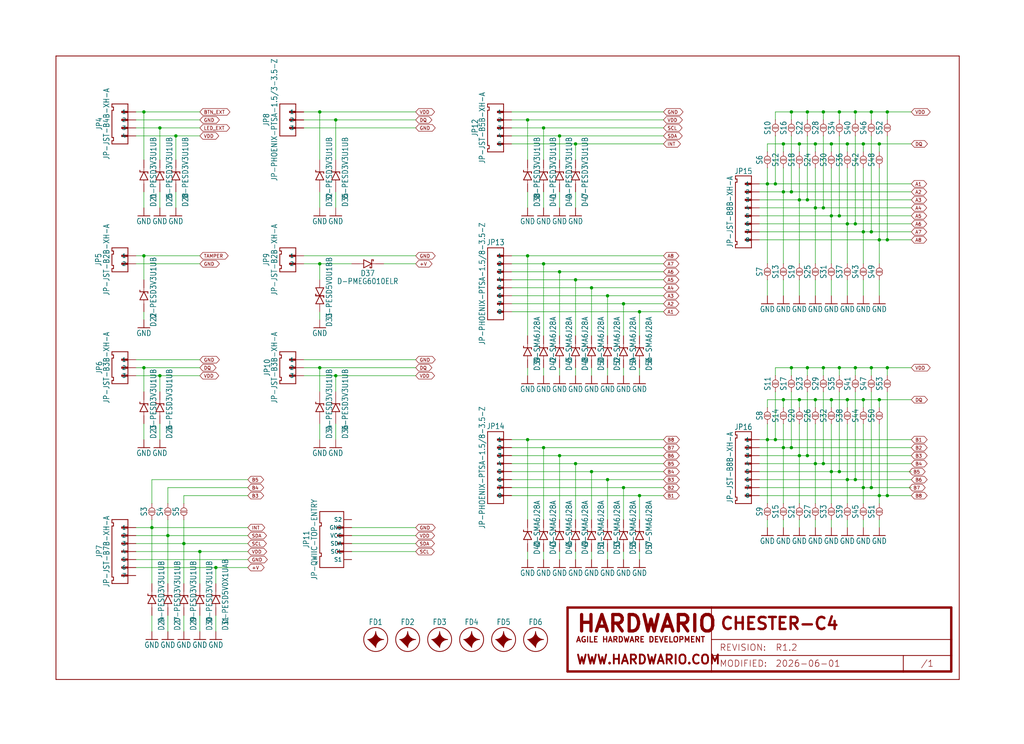
<source format=kicad_sch>
(kicad_sch (version 20230121) (generator eeschema)
  (paper "User" 325.374 236.474)
  (junction (at 271.78 116.84))
  (junction (at 50.8 40.64))
  (junction (at 256.54 35.56))
  (junction (at 274.32 127))
  (junction (at 45.72 116.84))
  (junction (at 63.5 175.26))
  (junction (at 106.68 38.1))
  (junction (at 68.58 180.34))
  (junction (at 101.6 83.82))
  (junction (at 167.64 81.28))
  (junction (at 198.12 96.52))
  (junction (at 58.42 172.72))
  (junction (at 248.92 45.72))
  (junction (at 172.72 83.82))
  (junction (at 167.64 38.1))
  (junction (at 246.38 58.42))
  (junction (at 264.16 127))
  (junction (at 264.16 45.72))
  (junction (at 243.84 58.42))
  (junction (at 182.88 88.9))
  (junction (at 279.4 76.2))
  (junction (at 187.96 91.44))
  (junction (at 177.8 144.78))
  (junction (at 251.46 116.84))
  (junction (at 182.88 45.72))
  (junction (at 254 63.5))
  (junction (at 279.4 45.72))
  (junction (at 203.2 157.48))
  (junction (at 167.64 139.7))
  (junction (at 256.54 144.78))
  (junction (at 276.86 116.84))
  (junction (at 269.24 45.72))
  (junction (at 279.4 127))
  (junction (at 248.92 60.96))
  (junction (at 251.46 60.96))
  (junction (at 266.7 68.58))
  (junction (at 172.72 40.64))
  (junction (at 251.46 35.56))
  (junction (at 198.12 154.94))
  (junction (at 266.7 149.86))
  (junction (at 259.08 45.72))
  (junction (at 281.94 116.84))
  (junction (at 266.7 116.84))
  (junction (at 243.84 139.7))
  (junction (at 261.62 35.56))
  (junction (at 177.8 86.36))
  (junction (at 101.6 35.56))
  (junction (at 256.54 116.84))
  (junction (at 274.32 45.72))
  (junction (at 101.6 116.84))
  (junction (at 276.86 154.94))
  (junction (at 251.46 142.24))
  (junction (at 269.24 71.12))
  (junction (at 274.32 154.94))
  (junction (at 279.4 157.48))
  (junction (at 281.94 35.56))
  (junction (at 193.04 152.4))
  (junction (at 182.88 147.32))
  (junction (at 281.94 157.48))
  (junction (at 274.32 73.66))
  (junction (at 276.86 35.56))
  (junction (at 261.62 147.32))
  (junction (at 106.68 119.38))
  (junction (at 271.78 152.4))
  (junction (at 187.96 149.86))
  (junction (at 269.24 127))
  (junction (at 271.78 35.56))
  (junction (at 193.04 93.98))
  (junction (at 276.86 73.66))
  (junction (at 50.8 119.38))
  (junction (at 254 45.72))
  (junction (at 48.26 167.64))
  (junction (at 256.54 63.5))
  (junction (at 264.16 149.86))
  (junction (at 269.24 152.4))
  (junction (at 261.62 116.84))
  (junction (at 45.72 35.56))
  (junction (at 259.08 66.04))
  (junction (at 254 127))
  (junction (at 53.34 170.18))
  (junction (at 259.08 147.32))
  (junction (at 45.72 81.28))
  (junction (at 261.62 66.04))
  (junction (at 266.7 35.56))
  (junction (at 177.8 43.18))
  (junction (at 281.94 76.2))
  (junction (at 254 144.78))
  (junction (at 55.88 43.18))
  (junction (at 264.16 68.58))
  (junction (at 259.08 127))
  (junction (at 248.92 127))
  (junction (at 246.38 139.7))
  (junction (at 248.92 142.24))
  (junction (at 271.78 71.12))
  (junction (at 172.72 142.24))
  (junction (at 203.2 99.06))
  (wire (pts (xy 45.72 88.9) (xy 45.72 81.28)) (stroke (width 0.1524)))
  (wire (pts (xy 48.26 200.66) (xy 48.26 195.58)) (stroke (width 0.1524)))
  (wire (pts (xy 281.94 76.2) (xy 279.4 76.2)) (stroke (width 0.1524)))
  (wire (pts (xy 251.46 116.84) (xy 256.54 116.84)) (stroke (width 0.1524)))
  (wire (pts (xy 68.58 180.34) (xy 78.74 180.34)) (stroke (width 0.1524)))
  (wire (pts (xy 241.3 58.42) (xy 243.84 58.42)) (stroke (width 0.1524)))
  (wire (pts (xy 248.92 93.98) (xy 248.92 88.9)) (stroke (width 0.1524)))
  (wire (pts (xy 43.18 167.64) (xy 48.26 167.64)) (stroke (width 0.1524)))
  (wire (pts (xy 248.92 60.96) (xy 251.46 60.96)) (stroke (width 0.1524)))
  (wire (pts (xy 256.54 116.84) (xy 261.62 116.84)) (stroke (width 0.1524)))
  (wire (pts (xy 266.7 149.86) (xy 264.16 149.86)) (stroke (width 0.1524)))
  (wire (pts (xy 274.32 134.62) (xy 274.32 154.94)) (stroke (width 0.1524)))
  (wire (pts (xy 251.46 43.18) (xy 251.46 60.96)) (stroke (width 0.1524)))
  (wire (pts (xy 50.8 50.8) (xy 50.8 40.64)) (stroke (width 0.1524)))
  (wire (pts (xy 172.72 119.38) (xy 172.72 116.84)) (stroke (width 0.1524)))
  (wire (pts (xy 106.68 50.8) (xy 106.68 38.1)) (stroke (width 0.1524)))
  (wire (pts (xy 58.42 157.48) (xy 78.74 157.48)) (stroke (width 0.1524)))
  (wire (pts (xy 162.56 83.82) (xy 172.72 83.82)) (stroke (width 0.1524)))
  (wire (pts (xy 276.86 73.66) (xy 274.32 73.66)) (stroke (width 0.1524)))
  (wire (pts (xy 162.56 154.94) (xy 198.12 154.94)) (stroke (width 0.1524)))
  (wire (pts (xy 162.56 35.56) (xy 210.82 35.56)) (stroke (width 0.1524)))
  (wire (pts (xy 55.88 50.8) (xy 55.88 43.18)) (stroke (width 0.1524)))
  (wire (pts (xy 279.4 134.62) (xy 279.4 157.48)) (stroke (width 0.1524)))
  (wire (pts (xy 266.7 43.18) (xy 266.7 68.58)) (stroke (width 0.1524)))
  (wire (pts (xy 251.46 35.56) (xy 256.54 35.56)) (stroke (width 0.1524)))
  (wire (pts (xy 241.3 63.5) (xy 254 63.5)) (stroke (width 0.1524)))
  (wire (pts (xy 256.54 144.78) (xy 289.56 144.78)) (stroke (width 0.1524)))
  (wire (pts (xy 45.72 124.46) (xy 45.72 116.84)) (stroke (width 0.1524)))
  (wire (pts (xy 274.32 127) (xy 279.4 127)) (stroke (width 0.1524)))
  (wire (pts (xy 254 129.54) (xy 254 127)) (stroke (width 0.1524)))
  (wire (pts (xy 106.68 66.04) (xy 106.68 60.96)) (stroke (width 0.1524)))
  (wire (pts (xy 43.18 40.64) (xy 50.8 40.64)) (stroke (width 0.1524)))
  (wire (pts (xy 162.56 91.44) (xy 187.96 91.44)) (stroke (width 0.1524)))
  (wire (pts (xy 198.12 177.8) (xy 198.12 175.26)) (stroke (width 0.1524)))
  (wire (pts (xy 193.04 106.68) (xy 193.04 93.98)) (stroke (width 0.1524)))
  (wire (pts (xy 274.32 73.66) (xy 241.3 73.66)) (stroke (width 0.1524)))
  (wire (pts (xy 172.72 83.82) (xy 210.82 83.82)) (stroke (width 0.1524)))
  (wire (pts (xy 43.18 83.82) (xy 63.5 83.82)) (stroke (width 0.1524)))
  (wire (pts (xy 58.42 165.1) (xy 58.42 172.72)) (stroke (width 0.1524)))
  (wire (pts (xy 53.34 170.18) (xy 78.74 170.18)) (stroke (width 0.1524)))
  (wire (pts (xy 241.3 142.24) (xy 248.92 142.24)) (stroke (width 0.1524)))
  (wire (pts (xy 261.62 124.46) (xy 261.62 147.32)) (stroke (width 0.1524)))
  (wire (pts (xy 187.96 177.8) (xy 187.96 175.26)) (stroke (width 0.1524)))
  (wire (pts (xy 269.24 53.34) (xy 269.24 71.12)) (stroke (width 0.1524)))
  (wire (pts (xy 271.78 43.18) (xy 271.78 71.12)) (stroke (width 0.1524)))
  (wire (pts (xy 243.84 129.54) (xy 243.84 127)) (stroke (width 0.1524)))
  (wire (pts (xy 182.88 50.8) (xy 182.88 45.72)) (stroke (width 0.1524)))
  (wire (pts (xy 269.24 83.82) (xy 269.24 71.12)) (stroke (width 0.1524)))
  (wire (pts (xy 254 83.82) (xy 254 63.5)) (stroke (width 0.1524)))
  (wire (pts (xy 243.84 167.64) (xy 243.84 165.1)) (stroke (width 0.1524)))
  (wire (pts (xy 203.2 119.38) (xy 203.2 116.84)) (stroke (width 0.1524)))
  (wire (pts (xy 269.24 134.62) (xy 269.24 152.4)) (stroke (width 0.1524)))
  (wire (pts (xy 256.54 43.18) (xy 256.54 63.5)) (stroke (width 0.1524)))
  (wire (pts (xy 172.72 106.68) (xy 172.72 83.82)) (stroke (width 0.1524)))
  (wire (pts (xy 58.42 172.72) (xy 78.74 172.72)) (stroke (width 0.1524)))
  (wire (pts (xy 43.18 114.3) (xy 63.5 114.3)) (stroke (width 0.1524)))
  (wire (pts (xy 162.56 152.4) (xy 193.04 152.4)) (stroke (width 0.1524)))
  (wire (pts (xy 259.08 129.54) (xy 259.08 127)) (stroke (width 0.1524)))
  (wire (pts (xy 246.38 58.42) (xy 289.56 58.42)) (stroke (width 0.1524)))
  (wire (pts (xy 281.94 124.46) (xy 281.94 157.48)) (stroke (width 0.1524)))
  (wire (pts (xy 246.38 43.18) (xy 246.38 58.42)) (stroke (width 0.1524)))
  (wire (pts (xy 261.62 35.56) (xy 266.7 35.56)) (stroke (width 0.1524)))
  (wire (pts (xy 48.26 165.1) (xy 48.26 167.64)) (stroke (width 0.1524)))
  (wire (pts (xy 248.92 53.34) (xy 248.92 60.96)) (stroke (width 0.1524)))
  (wire (pts (xy 261.62 38.1) (xy 261.62 35.56)) (stroke (width 0.1524)))
  (wire (pts (xy 198.12 119.38) (xy 198.12 116.84)) (stroke (width 0.1524)))
  (wire (pts (xy 279.4 53.34) (xy 279.4 76.2)) (stroke (width 0.1524)))
  (wire (pts (xy 167.64 81.28) (xy 210.82 81.28)) (stroke (width 0.1524)))
  (wire (pts (xy 241.3 66.04) (xy 259.08 66.04)) (stroke (width 0.1524)))
  (wire (pts (xy 266.7 124.46) (xy 266.7 149.86)) (stroke (width 0.1524)))
  (wire (pts (xy 43.18 119.38) (xy 50.8 119.38)) (stroke (width 0.1524)))
  (wire (pts (xy 203.2 106.68) (xy 203.2 99.06)) (stroke (width 0.1524)))
  (wire (pts (xy 251.46 119.38) (xy 251.46 116.84)) (stroke (width 0.1524)))
  (wire (pts (xy 182.88 66.04) (xy 182.88 60.96)) (stroke (width 0.1524)))
  (wire (pts (xy 271.78 124.46) (xy 271.78 152.4)) (stroke (width 0.1524)))
  (wire (pts (xy 177.8 43.18) (xy 210.82 43.18)) (stroke (width 0.1524)))
  (wire (pts (xy 172.72 165.1) (xy 172.72 142.24)) (stroke (width 0.1524)))
  (wire (pts (xy 182.88 165.1) (xy 182.88 147.32)) (stroke (width 0.1524)))
  (wire (pts (xy 276.86 124.46) (xy 276.86 154.94)) (stroke (width 0.1524)))
  (wire (pts (xy 182.88 88.9) (xy 210.82 88.9)) (stroke (width 0.1524)))
  (wire (pts (xy 248.92 83.82) (xy 248.92 60.96)) (stroke (width 0.1524)))
  (wire (pts (xy 254 63.5) (xy 256.54 63.5)) (stroke (width 0.1524)))
  (wire (pts (xy 43.18 177.8) (xy 78.74 177.8)) (stroke (width 0.1524)))
  (wire (pts (xy 289.56 68.58) (xy 266.7 68.58)) (stroke (width 0.1524)))
  (wire (pts (xy 276.86 154.94) (xy 274.32 154.94)) (stroke (width 0.1524)))
  (wire (pts (xy 248.92 167.64) (xy 248.92 165.1)) (stroke (width 0.1524)))
  (wire (pts (xy 43.18 43.18) (xy 55.88 43.18)) (stroke (width 0.1524)))
  (wire (pts (xy 43.18 170.18) (xy 53.34 170.18)) (stroke (width 0.1524)))
  (wire (pts (xy 182.88 177.8) (xy 182.88 175.26)) (stroke (width 0.1524)))
  (wire (pts (xy 279.4 83.82) (xy 279.4 76.2)) (stroke (width 0.1524)))
  (wire (pts (xy 271.78 38.1) (xy 271.78 35.56)) (stroke (width 0.1524)))
  (wire (pts (xy 48.26 160.02) (xy 48.26 152.4)) (stroke (width 0.1524)))
  (wire (pts (xy 256.54 124.46) (xy 256.54 144.78)) (stroke (width 0.1524)))
  (wire (pts (xy 187.96 91.44) (xy 210.82 91.44)) (stroke (width 0.1524)))
  (wire (pts (xy 259.08 45.72) (xy 264.16 45.72)) (stroke (width 0.1524)))
  (wire (pts (xy 63.5 185.42) (xy 63.5 175.26)) (stroke (width 0.1524)))
  (wire (pts (xy 271.78 116.84) (xy 276.86 116.84)) (stroke (width 0.1524)))
  (wire (pts (xy 279.4 76.2) (xy 241.3 76.2)) (stroke (width 0.1524)))
  (wire (pts (xy 276.86 43.18) (xy 276.86 73.66)) (stroke (width 0.1524)))
  (wire (pts (xy 276.86 116.84) (xy 281.94 116.84)) (stroke (width 0.1524)))
  (wire (pts (xy 279.4 93.98) (xy 279.4 88.9)) (stroke (width 0.1524)))
  (wire (pts (xy 167.64 139.7) (xy 210.82 139.7)) (stroke (width 0.1524)))
  (wire (pts (xy 266.7 35.56) (xy 271.78 35.56)) (stroke (width 0.1524)))
  (wire (pts (xy 162.56 38.1) (xy 167.64 38.1)) (stroke (width 0.1524)))
  (wire (pts (xy 193.04 152.4) (xy 210.82 152.4)) (stroke (width 0.1524)))
  (wire (pts (xy 251.46 60.96) (xy 289.56 60.96)) (stroke (width 0.1524)))
  (wire (pts (xy 269.24 129.54) (xy 269.24 127)) (stroke (width 0.1524)))
  (wire (pts (xy 167.64 66.04) (xy 167.64 60.96)) (stroke (width 0.1524)))
  (wire (pts (xy 243.84 127) (xy 248.92 127)) (stroke (width 0.1524)))
  (wire (pts (xy 274.32 45.72) (xy 279.4 45.72)) (stroke (width 0.1524)))
  (wire (pts (xy 53.34 160.02) (xy 53.34 154.94)) (stroke (width 0.1524)))
  (wire (pts (xy 177.8 177.8) (xy 177.8 175.26)) (stroke (width 0.1524)))
  (wire (pts (xy 96.52 81.28) (xy 132.08 81.28)) (stroke (width 0.1524)))
  (wire (pts (xy 248.92 48.26) (xy 248.92 45.72)) (stroke (width 0.1524)))
  (wire (pts (xy 281.94 38.1) (xy 281.94 35.56)) (stroke (width 0.1524)))
  (wire (pts (xy 96.52 114.3) (xy 132.08 114.3)) (stroke (width 0.1524)))
  (wire (pts (xy 251.46 142.24) (xy 289.56 142.24)) (stroke (width 0.1524)))
  (wire (pts (xy 289.56 71.12) (xy 271.78 71.12)) (stroke (width 0.1524)))
  (wire (pts (xy 279.4 45.72) (xy 289.56 45.72)) (stroke (width 0.1524)))
  (wire (pts (xy 172.72 177.8) (xy 172.72 175.26)) (stroke (width 0.1524)))
  (wire (pts (xy 289.56 152.4) (xy 271.78 152.4)) (stroke (width 0.1524)))
  (wire (pts (xy 256.54 38.1) (xy 256.54 35.56)) (stroke (width 0.1524)))
  (wire (pts (xy 264.16 68.58) (xy 241.3 68.58)) (stroke (width 0.1524)))
  (wire (pts (xy 182.88 147.32) (xy 210.82 147.32)) (stroke (width 0.1524)))
  (wire (pts (xy 254 144.78) (xy 256.54 144.78)) (stroke (width 0.1524)))
  (wire (pts (xy 271.78 35.56) (xy 276.86 35.56)) (stroke (width 0.1524)))
  (wire (pts (xy 167.64 38.1) (xy 210.82 38.1)) (stroke (width 0.1524)))
  (wire (pts (xy 266.7 38.1) (xy 266.7 35.56)) (stroke (width 0.1524)))
  (wire (pts (xy 241.3 139.7) (xy 243.84 139.7)) (stroke (width 0.1524)))
  (wire (pts (xy 203.2 157.48) (xy 210.82 157.48)) (stroke (width 0.1524)))
  (wire (pts (xy 68.58 185.42) (xy 68.58 180.34)) (stroke (width 0.1524)))
  (wire (pts (xy 162.56 93.98) (xy 193.04 93.98)) (stroke (width 0.1524)))
  (wire (pts (xy 264.16 149.86) (xy 241.3 149.86)) (stroke (width 0.1524)))
  (wire (pts (xy 111.76 170.18) (xy 132.08 170.18)) (stroke (width 0.1524)))
  (wire (pts (xy 106.68 119.38) (xy 132.08 119.38)) (stroke (width 0.1524)))
  (wire (pts (xy 279.4 129.54) (xy 279.4 127)) (stroke (width 0.1524)))
  (wire (pts (xy 162.56 144.78) (xy 177.8 144.78)) (stroke (width 0.1524)))
  (wire (pts (xy 162.56 88.9) (xy 182.88 88.9)) (stroke (width 0.1524)))
  (wire (pts (xy 274.32 160.02) (xy 274.32 154.94)) (stroke (width 0.1524)))
  (wire (pts (xy 193.04 165.1) (xy 193.04 152.4)) (stroke (width 0.1524)))
  (wire (pts (xy 246.38 38.1) (xy 246.38 35.56)) (stroke (width 0.1524)))
  (wire (pts (xy 50.8 40.64) (xy 63.5 40.64)) (stroke (width 0.1524)))
  (wire (pts (xy 172.72 142.24) (xy 210.82 142.24)) (stroke (width 0.1524)))
  (wire (pts (xy 111.76 167.64) (xy 132.08 167.64)) (stroke (width 0.1524)))
  (wire (pts (xy 266.7 116.84) (xy 271.78 116.84)) (stroke (width 0.1524)))
  (wire (pts (xy 264.16 48.26) (xy 264.16 45.72)) (stroke (width 0.1524)))
  (wire (pts (xy 269.24 45.72) (xy 274.32 45.72)) (stroke (width 0.1524)))
  (wire (pts (xy 45.72 35.56) (xy 63.5 35.56)) (stroke (width 0.1524)))
  (wire (pts (xy 45.72 81.28) (xy 63.5 81.28)) (stroke (width 0.1524)))
  (wire (pts (xy 276.86 119.38) (xy 276.86 116.84)) (stroke (width 0.1524)))
  (wire (pts (xy 111.76 175.26) (xy 132.08 175.26)) (stroke (width 0.1524)))
  (wire (pts (xy 261.62 147.32) (xy 289.56 147.32)) (stroke (width 0.1524)))
  (wire (pts (xy 177.8 119.38) (xy 177.8 116.84)) (stroke (width 0.1524)))
  (wire (pts (xy 254 45.72) (xy 259.08 45.72)) (stroke (width 0.1524)))
  (wire (pts (xy 259.08 147.32) (xy 261.62 147.32)) (stroke (width 0.1524)))
  (wire (pts (xy 198.12 154.94) (xy 210.82 154.94)) (stroke (width 0.1524)))
  (wire (pts (xy 248.92 160.02) (xy 248.92 142.24)) (stroke (width 0.1524)))
  (wire (pts (xy 264.16 167.64) (xy 264.16 165.1)) (stroke (width 0.1524)))
  (wire (pts (xy 162.56 142.24) (xy 172.72 142.24)) (stroke (width 0.1524)))
  (wire (pts (xy 241.3 60.96) (xy 248.92 60.96)) (stroke (width 0.1524)))
  (wire (pts (xy 162.56 86.36) (xy 177.8 86.36)) (stroke (width 0.1524)))
  (wire (pts (xy 254 127) (xy 259.08 127)) (stroke (width 0.1524)))
  (wire (pts (xy 198.12 106.68) (xy 198.12 96.52)) (stroke (width 0.1524)))
  (wire (pts (xy 261.62 119.38) (xy 261.62 116.84)) (stroke (width 0.1524)))
  (wire (pts (xy 106.68 124.46) (xy 106.68 119.38)) (stroke (width 0.1524)))
  (wire (pts (xy 279.4 48.26) (xy 279.4 45.72)) (stroke (width 0.1524)))
  (wire (pts (xy 101.6 88.9) (xy 101.6 83.82)) (stroke (width 0.1524)))
  (wire (pts (xy 246.38 116.84) (xy 251.46 116.84)) (stroke (width 0.1524)))
  (wire (pts (xy 264.16 160.02) (xy 264.16 149.86)) (stroke (width 0.1524)))
  (wire (pts (xy 187.96 119.38) (xy 187.96 116.84)) (stroke (width 0.1524)))
  (wire (pts (xy 261.62 66.04) (xy 289.56 66.04)) (stroke (width 0.1524)))
  (wire (pts (xy 243.84 83.82) (xy 243.84 58.42)) (stroke (width 0.1524)))
  (wire (pts (xy 274.32 83.82) (xy 274.32 73.66)) (stroke (width 0.1524)))
  (wire (pts (xy 172.72 66.04) (xy 172.72 60.96)) (stroke (width 0.1524)))
  (wire (pts (xy 162.56 96.52) (xy 198.12 96.52)) (stroke (width 0.1524)))
  (wire (pts (xy 251.46 124.46) (xy 251.46 142.24)) (stroke (width 0.1524)))
  (wire (pts (xy 45.72 116.84) (xy 63.5 116.84)) (stroke (width 0.1524)))
  (wire (pts (xy 259.08 134.62) (xy 259.08 147.32)) (stroke (width 0.1524)))
  (wire (pts (xy 50.8 119.38) (xy 63.5 119.38)) (stroke (width 0.1524)))
  (wire (pts (xy 256.54 119.38) (xy 256.54 116.84)) (stroke (width 0.1524)))
  (wire (pts (xy 177.8 50.8) (xy 177.8 43.18)) (stroke (width 0.1524)))
  (wire (pts (xy 246.38 119.38) (xy 246.38 116.84)) (stroke (width 0.1524)))
  (wire (pts (xy 254 160.02) (xy 254 144.78)) (stroke (width 0.1524)))
  (wire (pts (xy 266.7 119.38) (xy 266.7 116.84)) (stroke (width 0.1524)))
  (wire (pts (xy 261.62 116.84) (xy 266.7 116.84)) (stroke (width 0.1524)))
  (wire (pts (xy 182.88 119.38) (xy 182.88 116.84)) (stroke (width 0.1524)))
  (wire (pts (xy 274.32 154.94) (xy 241.3 154.94)) (stroke (width 0.1524)))
  (wire (pts (xy 111.76 83.82) (xy 101.6 83.82)) (stroke (width 0.1524)))
  (wire (pts (xy 259.08 160.02) (xy 259.08 147.32)) (stroke (width 0.1524)))
  (wire (pts (xy 243.84 93.98) (xy 243.84 88.9)) (stroke (width 0.1524)))
  (wire (pts (xy 198.12 96.52) (xy 210.82 96.52)) (stroke (width 0.1524)))
  (wire (pts (xy 259.08 127) (xy 264.16 127)) (stroke (width 0.1524)))
  (wire (pts (xy 243.84 160.02) (xy 243.84 139.7)) (stroke (width 0.1524)))
  (wire (pts (xy 246.38 35.56) (xy 251.46 35.56)) (stroke (width 0.1524)))
  (wire (pts (xy 203.2 177.8) (xy 203.2 175.26)) (stroke (width 0.1524)))
  (wire (pts (xy 281.94 119.38) (xy 281.94 116.84)) (stroke (width 0.1524)))
  (wire (pts (xy 269.24 152.4) (xy 241.3 152.4)) (stroke (width 0.1524)))
  (wire (pts (xy 58.42 185.42) (xy 58.42 172.72)) (stroke (width 0.1524)))
  (wire (pts (xy 246.38 139.7) (xy 289.56 139.7)) (stroke (width 0.1524)))
  (wire (pts (xy 162.56 147.32) (xy 182.88 147.32)) (stroke (width 0.1524)))
  (wire (pts (xy 162.56 157.48) (xy 203.2 157.48)) (stroke (width 0.1524)))
  (wire (pts (xy 177.8 106.68) (xy 177.8 86.36)) (stroke (width 0.1524)))
  (wire (pts (xy 289.56 76.2) (xy 281.94 76.2)) (stroke (width 0.1524)))
  (wire (pts (xy 269.24 71.12) (xy 241.3 71.12)) (stroke (width 0.1524)))
  (wire (pts (xy 271.78 152.4) (xy 269.24 152.4)) (stroke (width 0.1524)))
  (wire (pts (xy 261.62 43.18) (xy 261.62 66.04)) (stroke (width 0.1524)))
  (wire (pts (xy 281.94 157.48) (xy 279.4 157.48)) (stroke (width 0.1524)))
  (wire (pts (xy 254 167.64) (xy 254 165.1)) (stroke (width 0.1524)))
  (wire (pts (xy 243.84 53.34) (xy 243.84 58.42)) (stroke (width 0.1524)))
  (wire (pts (xy 289.56 149.86) (xy 266.7 149.86)) (stroke (width 0.1524)))
  (wire (pts (xy 279.4 167.64) (xy 279.4 165.1)) (stroke (width 0.1524)))
  (wire (pts (xy 43.18 38.1) (xy 63.5 38.1)) (stroke (width 0.1524)))
  (wire (pts (xy 101.6 116.84) (xy 132.08 116.84)) (stroke (width 0.1524)))
  (wire (pts (xy 48.26 152.4) (xy 78.74 152.4)) (stroke (width 0.1524)))
  (wire (pts (xy 50.8 66.04) (xy 50.8 60.96)) (stroke (width 0.1524)))
  (wire (pts (xy 53.34 154.94) (xy 78.74 154.94)) (stroke (width 0.1524)))
  (wire (pts (xy 256.54 63.5) (xy 289.56 63.5)) (stroke (width 0.1524)))
  (wire (pts (xy 259.08 66.04) (xy 261.62 66.04)) (stroke (width 0.1524)))
  (wire (pts (xy 193.04 119.38) (xy 193.04 116.84)) (stroke (width 0.1524)))
  (wire (pts (xy 193.04 177.8) (xy 193.04 175.26)) (stroke (width 0.1524)))
  (wire (pts (xy 43.18 35.56) (xy 45.72 35.56)) (stroke (width 0.1524)))
  (wire (pts (xy 279.4 160.02) (xy 279.4 157.48)) (stroke (width 0.1524)))
  (wire (pts (xy 264.16 93.98) (xy 264.16 88.9)) (stroke (width 0.1524)))
  (wire (pts (xy 281.94 116.84) (xy 289.56 116.84)) (stroke (width 0.1524)))
  (wire (pts (xy 269.24 167.64) (xy 269.24 165.1)) (stroke (width 0.1524)))
  (wire (pts (xy 274.32 53.34) (xy 274.32 73.66)) (stroke (width 0.1524)))
  (wire (pts (xy 43.18 81.28) (xy 45.72 81.28)) (stroke (width 0.1524)))
  (wire (pts (xy 63.5 175.26) (xy 78.74 175.26)) (stroke (width 0.1524)))
  (wire (pts (xy 101.6 139.7) (xy 101.6 134.62)) (stroke (width 0.1524)))
  (wire (pts (xy 271.78 71.12) (xy 269.24 71.12)) (stroke (width 0.1524)))
  (wire (pts (xy 167.64 50.8) (xy 167.64 38.1)) (stroke (width 0.1524)))
  (wire (pts (xy 269.24 48.26) (xy 269.24 45.72)) (stroke (width 0.1524)))
  (wire (pts (xy 58.42 200.66) (xy 58.42 195.58)) (stroke (width 0.1524)))
  (wire (pts (xy 243.84 58.42) (xy 246.38 58.42)) (stroke (width 0.1524)))
  (wire (pts (xy 48.26 167.64) (xy 78.74 167.64)) (stroke (width 0.1524)))
  (wire (pts (xy 187.96 106.68) (xy 187.96 91.44)) (stroke (width 0.1524)))
  (wire (pts (xy 241.3 147.32) (xy 259.08 147.32)) (stroke (width 0.1524)))
  (wire (pts (xy 162.56 149.86) (xy 187.96 149.86)) (stroke (width 0.1524)))
  (wire (pts (xy 96.52 38.1) (xy 106.68 38.1)) (stroke (width 0.1524)))
  (wire (pts (xy 96.52 116.84) (xy 101.6 116.84)) (stroke (width 0.1524)))
  (wire (pts (xy 289.56 73.66) (xy 276.86 73.66)) (stroke (width 0.1524)))
  (wire (pts (xy 43.18 180.34) (xy 68.58 180.34)) (stroke (width 0.1524)))
  (wire (pts (xy 187.96 165.1) (xy 187.96 149.86)) (stroke (width 0.1524)))
  (wire (pts (xy 43.18 172.72) (xy 58.42 172.72)) (stroke (width 0.1524)))
  (wire (pts (xy 251.46 38.1) (xy 251.46 35.56)) (stroke (width 0.1524)))
  (wire (pts (xy 259.08 93.98) (xy 259.08 88.9)) (stroke (width 0.1524)))
  (wire (pts (xy 101.6 50.8) (xy 101.6 35.56)) (stroke (width 0.1524)))
  (wire (pts (xy 53.34 165.1) (xy 53.34 170.18)) (stroke (width 0.1524)))
  (wire (pts (xy 254 134.62) (xy 254 144.78)) (stroke (width 0.1524)))
  (wire (pts (xy 289.56 157.48) (xy 281.94 157.48)) (stroke (width 0.1524)))
  (wire (pts (xy 248.92 127) (xy 254 127)) (stroke (width 0.1524)))
  (wire (pts (xy 248.92 142.24) (xy 251.46 142.24)) (stroke (width 0.1524)))
  (wire (pts (xy 101.6 124.46) (xy 101.6 116.84)) (stroke (width 0.1524)))
  (wire (pts (xy 48.26 185.42) (xy 48.26 167.64)) (stroke (width 0.1524)))
  (wire (pts (xy 264.16 134.62) (xy 264.16 149.86)) (stroke (width 0.1524)))
  (wire (pts (xy 274.32 129.54) (xy 274.32 127)) (stroke (width 0.1524)))
  (wire (pts (xy 43.18 175.26) (xy 63.5 175.26)) (stroke (width 0.1524)))
  (wire (pts (xy 281.94 35.56) (xy 289.56 35.56)) (stroke (width 0.1524)))
  (wire (pts (xy 53.34 200.66) (xy 53.34 195.58)) (stroke (width 0.1524)))
  (wire (pts (xy 55.88 43.18) (xy 63.5 43.18)) (stroke (width 0.1524)))
  (wire (pts (xy 243.84 45.72) (xy 248.92 45.72)) (stroke (width 0.1524)))
  (wire (pts (xy 167.64 106.68) (xy 167.64 81.28)) (stroke (width 0.1524)))
  (wire (pts (xy 241.3 144.78) (xy 254 144.78)) (stroke (width 0.1524)))
  (wire (pts (xy 162.56 40.64) (xy 172.72 40.64)) (stroke (width 0.1524)))
  (wire (pts (xy 182.88 45.72) (xy 210.82 45.72)) (stroke (width 0.1524)))
  (wire (pts (xy 276.86 35.56) (xy 281.94 35.56)) (stroke (width 0.1524)))
  (wire (pts (xy 246.38 124.46) (xy 246.38 139.7)) (stroke (width 0.1524)))
  (wire (pts (xy 101.6 101.6) (xy 101.6 99.06)) (stroke (width 0.1524)))
  (wire (pts (xy 254 53.34) (xy 254 63.5)) (stroke (width 0.1524)))
  (wire (pts (xy 243.84 139.7) (xy 246.38 139.7)) (stroke (width 0.1524)))
  (wire (pts (xy 281.94 43.18) (xy 281.94 76.2)) (stroke (width 0.1524)))
  (wire (pts (xy 243.84 134.62) (xy 243.84 139.7)) (stroke (width 0.1524)))
  (wire (pts (xy 45.72 139.7) (xy 45.72 134.62)) (stroke (width 0.1524)))
  (wire (pts (xy 162.56 45.72) (xy 182.88 45.72)) (stroke (width 0.1524)))
  (wire (pts (xy 264.16 53.34) (xy 264.16 68.58)) (stroke (width 0.1524)))
  (wire (pts (xy 264.16 129.54) (xy 264.16 127)) (stroke (width 0.1524)))
  (wire (pts (xy 177.8 144.78) (xy 210.82 144.78)) (stroke (width 0.1524)))
  (wire (pts (xy 96.52 119.38) (xy 106.68 119.38)) (stroke (width 0.1524)))
  (wire (pts (xy 269.24 127) (xy 274.32 127)) (stroke (width 0.1524)))
  (wire (pts (xy 50.8 124.46) (xy 50.8 119.38)) (stroke (width 0.1524)))
  (wire (pts (xy 187.96 149.86) (xy 210.82 149.86)) (stroke (width 0.1524)))
  (wire (pts (xy 96.52 35.56) (xy 101.6 35.56)) (stroke (width 0.1524)))
  (wire (pts (xy 264.16 45.72) (xy 269.24 45.72)) (stroke (width 0.1524)))
  (wire (pts (xy 101.6 35.56) (xy 132.08 35.56)) (stroke (width 0.1524)))
  (wire (pts (xy 55.88 66.04) (xy 55.88 60.96)) (stroke (width 0.1524)))
  (wire (pts (xy 276.86 38.1) (xy 276.86 35.56)) (stroke (width 0.1524)))
  (wire (pts (xy 259.08 48.26) (xy 259.08 45.72)) (stroke (width 0.1524)))
  (wire (pts (xy 259.08 53.34) (xy 259.08 66.04)) (stroke (width 0.1524)))
  (wire (pts (xy 111.76 172.72) (xy 132.08 172.72)) (stroke (width 0.1524)))
  (wire (pts (xy 162.56 139.7) (xy 167.64 139.7)) (stroke (width 0.1524)))
  (wire (pts (xy 167.64 177.8) (xy 167.64 175.26)) (stroke (width 0.1524)))
  (wire (pts (xy 101.6 66.04) (xy 101.6 60.96)) (stroke (width 0.1524)))
  (wire (pts (xy 271.78 119.38) (xy 271.78 116.84)) (stroke (width 0.1524)))
  (wire (pts (xy 264.16 127) (xy 269.24 127)) (stroke (width 0.1524)))
  (wire (pts (xy 243.84 48.26) (xy 243.84 45.72)) (stroke (width 0.1524)))
  (wire (pts (xy 259.08 167.64) (xy 259.08 165.1)) (stroke (width 0.1524)))
  (wire (pts (xy 106.68 38.1) (xy 132.08 38.1)) (stroke (width 0.1524)))
  (wire (pts (xy 182.88 106.68) (xy 182.88 88.9)) (stroke (width 0.1524)))
  (wire (pts (xy 167.64 119.38) (xy 167.64 116.84)) (stroke (width 0.1524)))
  (wire (pts (xy 259.08 83.82) (xy 259.08 66.04)) (stroke (width 0.1524)))
  (wire (pts (xy 45.72 50.8) (xy 45.72 35.56)) (stroke (width 0.1524)))
  (wire (pts (xy 266.7 68.58) (xy 264.16 68.58)) (stroke (width 0.1524)))
  (wire (pts (xy 63.5 200.66) (xy 63.5 195.58)) (stroke (width 0.1524)))
  (wire (pts (xy 254 93.98) (xy 254 88.9)) (stroke (width 0.1524)))
  (wire (pts (xy 248.92 45.72) (xy 254 45.72)) (stroke (width 0.1524)))
  (wire (pts (xy 162.56 99.06) (xy 203.2 99.06)) (stroke (width 0.1524)))
  (wire (pts (xy 45.72 66.04) (xy 45.72 60.96)) (stroke (width 0.1524)))
  (wire (pts (xy 162.56 43.18) (xy 177.8 43.18)) (stroke (width 0.1524)))
  (wire (pts (xy 274.32 167.64) (xy 274.32 165.1)) (stroke (width 0.1524)))
  (wire (pts (xy 198.12 165.1) (xy 198.12 154.94)) (stroke (width 0.1524)))
  (wire (pts (xy 68.58 200.66) (xy 68.58 195.58)) (stroke (width 0.1524)))
  (wire (pts (xy 177.8 86.36) (xy 210.82 86.36)) (stroke (width 0.1524)))
  (wire (pts (xy 121.92 83.82) (xy 132.08 83.82)) (stroke (width 0.1524)))
  (wire (pts (xy 101.6 83.82) (xy 96.52 83.82)) (stroke (width 0.1524)))
  (wire (pts (xy 264.16 83.82) (xy 264.16 68.58)) (stroke (width 0.1524)))
  (wire (pts (xy 167.64 165.1) (xy 167.64 139.7)) (stroke (width 0.1524)))
  (wire (pts (xy 269.24 93.98) (xy 269.24 88.9)) (stroke (width 0.1524)))
  (wire (pts (xy 53.34 185.42) (xy 53.34 170.18)) (stroke (width 0.1524)))
  (wire (pts (xy 106.68 139.7) (xy 106.68 134.62)) (stroke (width 0.1524)))
  (wire (pts (xy 256.54 35.56) (xy 261.62 35.56)) (stroke (width 0.1524)))
  (wire (pts (xy 203.2 99.06) (xy 210.82 99.06)) (stroke (width 0.1524)))
  (wire (pts (xy 254 48.26) (xy 254 45.72)) (stroke (width 0.1524)))
  (wire (pts (xy 279.4 127) (xy 289.56 127)) (stroke (width 0.1524)))
  (wire (pts (xy 172.72 50.8) (xy 172.72 40.64)) (stroke (width 0.1524)))
  (wire (pts (xy 45.72 101.6) (xy 45.72 99.06)) (stroke (width 0.1524)))
  (wire (pts (xy 43.18 116.84) (xy 45.72 116.84)) (stroke (width 0.1524)))
  (wire (pts (xy 172.72 40.64) (xy 210.82 40.64)) (stroke (width 0.1524)))
  (wire (pts (xy 50.8 139.7) (xy 50.8 134.62)) (stroke (width 0.1524)))
  (wire (pts (xy 279.4 157.48) (xy 241.3 157.48)) (stroke (width 0.1524)))
  (wire (pts (xy 248.92 134.62) (xy 248.92 142.24)) (stroke (width 0.1524)))
  (wire (pts (xy 289.56 154.94) (xy 276.86 154.94)) (stroke (width 0.1524)))
  (wire (pts (xy 58.42 160.02) (xy 58.42 157.48)) (stroke (width 0.1524)))
  (wire (pts (xy 96.52 40.64) (xy 132.08 40.64)) (stroke (width 0.1524)))
  (wire (pts (xy 274.32 48.26) (xy 274.32 45.72)) (stroke (width 0.1524)))
  (wire (pts (xy 269.24 160.02) (xy 269.24 152.4)) (stroke (width 0.1524)))
  (wire (pts (xy 193.04 93.98) (xy 210.82 93.98)) (stroke (width 0.1524)))
  (wire (pts (xy 177.8 66.04) (xy 177.8 60.96)) (stroke (width 0.1524)))
  (wire (pts (xy 203.2 165.1) (xy 203.2 157.48)) (stroke (width 0.1524)))
  (wire (pts (xy 162.56 81.28) (xy 167.64 81.28)) (stroke (width 0.1524)))
  (wire (pts (xy 248.92 129.54) (xy 248.92 127)) (stroke (width 0.1524)))
  (wire (pts (xy 274.32 93.98) (xy 274.32 88.9)) (stroke (width 0.1524)))
  (wire (pts (xy 177.8 165.1) (xy 177.8 144.78)) (stroke (width 0.1524)))
  (global_label "VDD" (shape bidirectional) (at 132.08 35.56 0) (effects (font (size 1.0668 1.0668))) (property "Intersheetrefs" "${INTERSHEET_REFS}" (effects hide)))
  (global_label "A4" (shape bidirectional) (at 289.56 66.04 0) (effects (font (size 1.0668 1.0668))) (property "Intersheetrefs" "${INTERSHEET_REFS}" (effects hide)))
  (global_label "DQ" (shape bidirectional) (at 63.5 116.84 0) (effects (font (size 1.0668 1.0668))) (property "Intersheetrefs" "${INTERSHEET_REFS}" (effects hide)))
  (global_label "GND" (shape bidirectional) (at 132.08 40.64 0) (effects (font (size 1.0668 1.0668))) (property "Intersheetrefs" "${INTERSHEET_REFS}" (effects hide)))
  (global_label "B2" (shape bidirectional) (at 289.56 142.24 0) (effects (font (size 1.0668 1.0668))) (property "Intersheetrefs" "${INTERSHEET_REFS}" (effects hide)))
  (global_label "VDD" (shape bidirectional) (at 289.56 35.56 0) (effects (font (size 1.0668 1.0668))) (property "Intersheetrefs" "${INTERSHEET_REFS}" (effects hide)))
  (global_label "B1" (shape bidirectional) (at 210.82 157.48 0) (effects (font (size 1.0668 1.0668))) (property "Intersheetrefs" "${INTERSHEET_REFS}" (effects hide)))
  (global_label "B6" (shape bidirectional) (at 289.56 152.4 0) (effects (font (size 1.0668 1.0668))) (property "Intersheetrefs" "${INTERSHEET_REFS}" (effects hide)))
  (global_label "B4" (shape bidirectional) (at 289.56 147.32 0) (effects (font (size 1.0668 1.0668))) (property "Intersheetrefs" "${INTERSHEET_REFS}" (effects hide)))
  (global_label "INT" (shape bidirectional) (at 78.74 167.64 0) (effects (font (size 1.0668 1.0668))) (property "Intersheetrefs" "${INTERSHEET_REFS}" (effects hide)))
  (global_label "VDD" (shape bidirectional) (at 63.5 119.38 0) (effects (font (size 1.0668 1.0668))) (property "Intersheetrefs" "${INTERSHEET_REFS}" (effects hide)))
  (global_label "B3" (shape bidirectional) (at 210.82 152.4 0) (effects (font (size 1.0668 1.0668))) (property "Intersheetrefs" "${INTERSHEET_REFS}" (effects hide)))
  (global_label "A8" (shape bidirectional) (at 210.82 81.28 0) (effects (font (size 1.0668 1.0668))) (property "Intersheetrefs" "${INTERSHEET_REFS}" (effects hide)))
  (global_label "VDD" (shape bidirectional) (at 63.5 43.18 0) (effects (font (size 1.0668 1.0668))) (property "Intersheetrefs" "${INTERSHEET_REFS}" (effects hide)))
  (global_label "DQ" (shape bidirectional) (at 289.56 45.72 0) (effects (font (size 1.0668 1.0668))) (property "Intersheetrefs" "${INTERSHEET_REFS}" (effects hide)))
  (global_label "B5" (shape bidirectional) (at 78.74 152.4 0) (effects (font (size 1.0668 1.0668))) (property "Intersheetrefs" "${INTERSHEET_REFS}" (effects hide)))
  (global_label "SCL" (shape bidirectional) (at 132.08 175.26 0) (effects (font (size 1.0668 1.0668))) (property "Intersheetrefs" "${INTERSHEET_REFS}" (effects hide)))
  (global_label "VDD" (shape bidirectional) (at 289.56 116.84 0) (effects (font (size 1.0668 1.0668))) (property "Intersheetrefs" "${INTERSHEET_REFS}" (effects hide)))
  (global_label "GND" (shape bidirectional) (at 132.08 167.64 0) (effects (font (size 1.0668 1.0668))) (property "Intersheetrefs" "${INTERSHEET_REFS}" (effects hide)))
  (global_label "A5" (shape bidirectional) (at 210.82 88.9 0) (effects (font (size 1.0668 1.0668))) (property "Intersheetrefs" "${INTERSHEET_REFS}" (effects hide)))
  (global_label "SDA" (shape bidirectional) (at 78.74 170.18 0) (effects (font (size 1.0668 1.0668))) (property "Intersheetrefs" "${INTERSHEET_REFS}" (effects hide)))
  (global_label "VDD" (shape bidirectional) (at 78.74 175.26 0) (effects (font (size 1.0668 1.0668))) (property "Intersheetrefs" "${INTERSHEET_REFS}" (effects hide)))
  (global_label "GND" (shape bidirectional) (at 63.5 83.82 0) (effects (font (size 1.0668 1.0668))) (property "Intersheetrefs" "${INTERSHEET_REFS}" (effects hide)))
  (global_label "B4" (shape bidirectional) (at 210.82 149.86 0) (effects (font (size 1.0668 1.0668))) (property "Intersheetrefs" "${INTERSHEET_REFS}" (effects hide)))
  (global_label "A1" (shape bidirectional) (at 210.82 99.06 0) (effects (font (size 1.0668 1.0668))) (property "Intersheetrefs" "${INTERSHEET_REFS}" (effects hide)))
  (global_label "A3" (shape bidirectional) (at 210.82 93.98 0) (effects (font (size 1.0668 1.0668))) (property "Intersheetrefs" "${INTERSHEET_REFS}" (effects hide)))
  (global_label "A1" (shape bidirectional) (at 289.56 58.42 0) (effects (font (size 1.0668 1.0668))) (property "Intersheetrefs" "${INTERSHEET_REFS}" (effects hide)))
  (global_label "A4" (shape bidirectional) (at 210.82 91.44 0) (effects (font (size 1.0668 1.0668))) (property "Intersheetrefs" "${INTERSHEET_REFS}" (effects hide)))
  (global_label "SDA" (shape bidirectional) (at 132.08 172.72 0) (effects (font (size 1.0668 1.0668))) (property "Intersheetrefs" "${INTERSHEET_REFS}" (effects hide)))
  (global_label "SCL" (shape bidirectional) (at 78.74 172.72 0) (effects (font (size 1.0668 1.0668))) (property "Intersheetrefs" "${INTERSHEET_REFS}" (effects hide)))
  (global_label "+V" (shape bidirectional) (at 132.08 83.82 0) (effects (font (size 1.0668 1.0668))) (property "Intersheetrefs" "${INTERSHEET_REFS}" (effects hide)))
  (global_label "LED_EXT" (shape bidirectional) (at 63.5 40.64 0) (effects (font (size 1.0668 1.0668))) (property "Intersheetrefs" "${INTERSHEET_REFS}" (effects hide)))
  (global_label "GND" (shape bidirectional) (at 210.82 35.56 0) (effects (font (size 1.0668 1.0668))) (property "Intersheetrefs" "${INTERSHEET_REFS}" (effects hide)))
  (global_label "B3" (shape bidirectional) (at 78.74 157.48 0) (effects (font (size 1.0668 1.0668))) (property "Intersheetrefs" "${INTERSHEET_REFS}" (effects hide)))
  (global_label "GND" (shape bidirectional) (at 63.5 38.1 0) (effects (font (size 1.0668 1.0668))) (property "Intersheetrefs" "${INTERSHEET_REFS}" (effects hide)))
  (global_label "A6" (shape bidirectional) (at 210.82 86.36 0) (effects (font (size 1.0668 1.0668))) (property "Intersheetrefs" "${INTERSHEET_REFS}" (effects hide)))
  (global_label "B2" (shape bidirectional) (at 210.82 154.94 0) (effects (font (size 1.0668 1.0668))) (property "Intersheetrefs" "${INTERSHEET_REFS}" (effects hide)))
  (global_label "GND" (shape bidirectional) (at 132.08 81.28 0) (effects (font (size 1.0668 1.0668))) (property "Intersheetrefs" "${INTERSHEET_REFS}" (effects hide)))
  (global_label "B7" (shape bidirectional) (at 288.925 154.94 0) (effects (font (size 1.0668 1.0668))) (property "Intersheetrefs" "${INTERSHEET_REFS}" (effects hide)))
  (global_label "VDD" (shape bidirectional) (at 132.08 170.18 0) (effects (font (size 1.0668 1.0668))) (property "Intersheetrefs" "${INTERSHEET_REFS}" (effects hide)))
  (global_label "B3" (shape bidirectional) (at 289.56 144.78 0) (effects (font (size 1.0668 1.0668))) (property "Intersheetrefs" "${INTERSHEET_REFS}" (effects hide)))
  (global_label "INT" (shape bidirectional) (at 210.82 45.72 0) (effects (font (size 1.0668 1.0668))) (property "Intersheetrefs" "${INTERSHEET_REFS}" (effects hide)))
  (global_label "GND" (shape bidirectional) (at 78.74 177.8 0) (effects (font (size 1.0668 1.0668))) (property "Intersheetrefs" "${INTERSHEET_REFS}" (effects hide)))
  (global_label "A8" (shape bidirectional) (at 289.56 76.2 0) (effects (font (size 1.0668 1.0668))) (property "Intersheetrefs" "${INTERSHEET_REFS}" (effects hide)))
  (global_label "SCL" (shape bidirectional) (at 210.82 40.64 0) (effects (font (size 1.0668 1.0668))) (property "Intersheetrefs" "${INTERSHEET_REFS}" (effects hide)))
  (global_label "A3" (shape bidirectional) (at 289.56 63.5 0) (effects (font (size 1.0668 1.0668))) (property "Intersheetrefs" "${INTERSHEET_REFS}" (effects hide)))
  (global_label "B5" (shape bidirectional) (at 288.925 149.86 0) (effects (font (size 1.0668 1.0668))) (property "Intersheetrefs" "${INTERSHEET_REFS}" (effects hide)))
  (global_label "DQ" (shape bidirectional) (at 132.08 38.1 0) (effects (font (size 1.0668 1.0668))) (property "Intersheetrefs" "${INTERSHEET_REFS}" (effects hide)))
  (global_label "TAMPER" (shape bidirectional) (at 63.5 81.28 0) (effects (font (size 1.0668 1.0668))) (property "Intersheetrefs" "${INTERSHEET_REFS}" (effects hide)))
  (global_label "B4" (shape bidirectional) (at 78.74 154.94 0) (effects (font (size 1.0668 1.0668))) (property "Intersheetrefs" "${INTERSHEET_REFS}" (effects hide)))
  (global_label "SDA" (shape bidirectional) (at 210.82 43.18 0) (effects (font (size 1.0668 1.0668))) (property "Intersheetrefs" "${INTERSHEET_REFS}" (effects hide)))
  (global_label "A2" (shape bidirectional) (at 289.56 60.96 0) (effects (font (size 1.0668 1.0668))) (property "Intersheetrefs" "${INTERSHEET_REFS}" (effects hide)))
  (global_label "DQ" (shape bidirectional) (at 132.08 116.84 0) (effects (font (size 1.0668 1.0668))) (property "Intersheetrefs" "${INTERSHEET_REFS}" (effects hide)))
  (global_label "B1" (shape bidirectional) (at 289.56 139.7 0) (effects (font (size 1.0668 1.0668))) (property "Intersheetrefs" "${INTERSHEET_REFS}" (effects hide)))
  (global_label "B8" (shape bidirectional) (at 289.56 157.48 0) (effects (font (size 1.0668 1.0668))) (property "Intersheetrefs" "${INTERSHEET_REFS}" (effects hide)))
  (global_label "GND" (shape bidirectional) (at 63.5 114.3 0) (effects (font (size 1.0668 1.0668))) (property "Intersheetrefs" "${INTERSHEET_REFS}" (effects hide)))
  (global_label "+V" (shape bidirectional) (at 78.74 180.34 0) (effects (font (size 1.0668 1.0668))) (property "Intersheetrefs" "${INTERSHEET_REFS}" (effects hide)))
  (global_label "A2" (shape bidirectional) (at 210.82 96.52 0) (effects (font (size 1.0668 1.0668))) (property "Intersheetrefs" "${INTERSHEET_REFS}" (effects hide)))
  (global_label "DQ" (shape bidirectional) (at 289.56 127 0) (effects (font (size 1.0668 1.0668))) (property "Intersheetrefs" "${INTERSHEET_REFS}" (effects hide)))
  (global_label "A7" (shape bidirectional) (at 210.82 83.82 0) (effects (font (size 1.0668 1.0668))) (property "Intersheetrefs" "${INTERSHEET_REFS}" (effects hide)))
  (global_label "B8" (shape bidirectional) (at 210.82 139.7 0) (effects (font (size 1.0668 1.0668))) (property "Intersheetrefs" "${INTERSHEET_REFS}" (effects hide)))
  (global_label "B7" (shape bidirectional) (at 210.82 142.24 0) (effects (font (size 1.0668 1.0668))) (property "Intersheetrefs" "${INTERSHEET_REFS}" (effects hide)))
  (global_label "B5" (shape bidirectional) (at 210.82 147.32 0) (effects (font (size 1.0668 1.0668))) (property "Intersheetrefs" "${INTERSHEET_REFS}" (effects hide)))
  (global_label "GND" (shape bidirectional) (at 132.08 114.3 0) (effects (font (size 1.0668 1.0668))) (property "Intersheetrefs" "${INTERSHEET_REFS}" (effects hide)))
  (global_label "A7" (shape bidirectional) (at 289.56 73.66 0) (effects (font (size 1.0668 1.0668))) (property "Intersheetrefs" "${INTERSHEET_REFS}" (effects hide)))
  (global_label "VDD" (shape bidirectional) (at 132.08 119.38 0) (effects (font (size 1.0668 1.0668))) (property "Intersheetrefs" "${INTERSHEET_REFS}" (effects hide)))
  (global_label "BTN_EXT" (shape bidirectional) (at 63.5 35.56 0) (effects (font (size 1.0668 1.0668))) (property "Intersheetrefs" "${INTERSHEET_REFS}" (effects hide)))
  (global_label "B6" (shape bidirectional) (at 210.82 144.78 0) (effects (font (size 1.0668 1.0668))) (property "Intersheetrefs" "${INTERSHEET_REFS}" (effects hide)))
  (global_label "A5" (shape bidirectional) (at 289.56 68.58 0) (effects (font (size 1.0668 1.0668))) (property "Intersheetrefs" "${INTERSHEET_REFS}" (effects hide)))
  (global_label "A6" (shape bidirectional) (at 289.56 71.12 0) (effects (font (size 1.0668 1.0668))) (property "Intersheetrefs" "${INTERSHEET_REFS}" (effects hide)))
  (global_label "VDD" (shape bidirectional) (at 210.82 38.1 0) (effects (font (size 1.0668 1.0668))) (property "Intersheetrefs" "${INTERSHEET_REFS}" (effects hide)))
  (symbol (lib_id "hio-chester-c4-eagle-import:S-SOLDER-BRIDGE-1.5MM-S") (at 246.38 40.64 90) (unit 1)
    (property "Reference" "S10" (at 244.856 40.64 0) (effects (font (size 1.778 1.5113)) (justify bottom)))
    (property "Value" "S-SOLDER-BRIDGE-1.5MM-S" (effects hide))
    (property "Footprint" "hio-chester-c4:SOLDER-BRIDGE-1.5MM-S" (effects hide))
  )
  (symbol (lib_id "hio-chester-c4-eagle-import:GND") (at 50.8 68.58 0) (unit 1)
    (property "Reference" "#GND057" (effects hide))
    (property "Value" "GND" (at 50.8 69.342 0) (effects (font (size 1.778 1.5113)) (justify top)))
  )
  (symbol (lib_id "hio-chester-c4-eagle-import:S-SOLDER-BRIDGE-1.5MM-S") (at 246.38 121.92 90) (unit 1)
    (property "Reference" "S11" (at 244.856 121.92 0) (effects (font (size 1.778 1.5113)) (justify bottom)))
    (property "Value" "S-SOLDER-BRIDGE-1.5MM-S" (effects hide))
    (property "Footprint" "hio-chester-c4:SOLDER-BRIDGE-1.5MM-S" (effects hide))
  )
  (symbol (lib_id "hio-chester-c4-eagle-import:S-SOLDER-BRIDGE-1.5MM-S") (at 269.24 50.8 90) (unit 1)
    (property "Reference" "S36" (at 267.716 50.8 0) (effects (font (size 1.778 1.5113)) (justify bottom)))
    (property "Value" "S-SOLDER-BRIDGE-1.5MM-S" (effects hide))
    (property "Footprint" "hio-chester-c4:SOLDER-BRIDGE-1.5MM-S" (effects hide))
  )
  (symbol (lib_id "hio-chester-c4-eagle-import:FIDUCIAL") (at 160.02 203.2 0) (unit 1)
    (property "Reference" "FD5" (at 160.02 198.628 0) (effects (font (size 1.778 1.5113)) (justify bottom)))
    (property "Value" "FIDUCIAL" (effects hide))
    (property "Footprint" "hio-chester-c4:FIDUCIAL-1MM" (effects hide))
  )
  (symbol (lib_id "hio-chester-c4-eagle-import:GND") (at 167.64 68.58 0) (unit 1)
    (property "Reference" "#GND044" (effects hide))
    (property "Value" "GND" (at 167.64 69.342 0) (effects (font (size 1.778 1.5113)) (justify top)))
  )
  (symbol (lib_id "hio-chester-c4-eagle-import:GND") (at 182.88 68.58 0) (unit 1)
    (property "Reference" "#GND047" (effects hide))
    (property "Value" "GND" (at 182.88 69.342 0) (effects (font (size 1.778 1.5113)) (justify top)))
  )
  (symbol (lib_id "hio-chester-c4-eagle-import:S-SOLDER-BRIDGE-1.5MM-S") (at 248.92 132.08 90) (unit 1)
    (property "Reference" "S14" (at 247.396 132.08 0) (effects (font (size 1.778 1.5113)) (justify bottom)))
    (property "Value" "S-SOLDER-BRIDGE-1.5MM-S" (effects hide))
    (property "Footprint" "hio-chester-c4:SOLDER-BRIDGE-1.5MM-S" (effects hide))
  )
  (symbol (lib_id "hio-chester-c4-eagle-import:D-PESD3V3U1UB") (at 101.6 55.88 0) (unit 1)
    (property "Reference" "D32" (at 103.632 63.5 90) (effects (font (size 1.778 1.5113)) (justify top)))
    (property "Value" "D-PESD3V3U1UB" (at 103.632 53.34 90) (effects (font (size 1.778 1.5113)) (justify top)))
    (property "Footprint" "hio-chester-c4:PESDX_R" (effects hide))
  )
  (symbol (lib_id "hio-chester-c4-eagle-import:S-SOLDER-BRIDGE-1.5MM-S") (at 254 132.08 90) (unit 1)
    (property "Reference" "S20" (at 252.476 132.08 0) (effects (font (size 1.778 1.5113)) (justify bottom)))
    (property "Value" "S-SOLDER-BRIDGE-1.5MM-S" (effects hide))
    (property "Footprint" "hio-chester-c4:SOLDER-BRIDGE-1.5MM-S" (effects hide))
  )
  (symbol (lib_id "hio-chester-c4-eagle-import:S-SOLDER-BRIDGE-1.5MM-S") (at 266.7 121.92 90) (unit 1)
    (property "Reference" "S35" (at 265.176 121.92 0) (effects (font (size 1.778 1.5113)) (justify bottom)))
    (property "Value" "S-SOLDER-BRIDGE-1.5MM-S" (effects hide))
    (property "Footprint" "hio-chester-c4:SOLDER-BRIDGE-1.5MM-S" (effects hide))
  )
  (symbol (lib_id "hio-chester-c4-eagle-import:D-PESD3V3U1UB") (at 50.8 55.88 0) (unit 1)
    (property "Reference" "D25" (at 52.832 63.5 90) (effects (font (size 1.778 1.5113)) (justify top)))
    (property "Value" "D-PESD3V3U1UB" (at 52.832 53.34 90) (effects (font (size 1.778 1.5113)) (justify top)))
    (property "Footprint" "hio-chester-c4:PESDX_R" (effects hide))
  )
  (symbol (lib_id "hio-chester-c4-eagle-import:GND") (at 203.2 121.92 0) (unit 1)
    (property "Reference" "#GND024" (effects hide))
    (property "Value" "GND" (at 203.2 122.682 0) (effects (font (size 1.778 1.5113)) (justify top)))
  )
  (symbol (lib_id "hio-chester-c4-eagle-import:GND") (at 279.4 96.52 0) (unit 1)
    (property "Reference" "#GND071" (effects hide))
    (property "Value" "GND" (at 279.4 97.282 0) (effects (font (size 1.778 1.5113)) (justify top)))
  )
  (symbol (lib_id "hio-chester-c4-eagle-import:S-SOLDER-BRIDGE-1.5MM-S") (at 269.24 86.36 90) (unit 1)
    (property "Reference" "S37" (at 267.716 86.36 0) (effects (font (size 1.778 1.5113)) (justify bottom)))
    (property "Value" "S-SOLDER-BRIDGE-1.5MM-S" (effects hide))
    (property "Footprint" "hio-chester-c4:SOLDER-BRIDGE-1.5MM-S" (effects hide))
  )
  (symbol (lib_id "hio-chester-c4-eagle-import:JP-JST-B5B-XH-A") (at 157.48 40.64 0) (mirror y) (unit 1)
    (property "Reference" "JP12" (at 151.892 40.64 90) (effects (font (size 1.778 1.5113)) (justify top)))
    (property "Value" "JP-JST-B5B-XH-A" (at 154.178 40.64 90) (effects (font (size 1.778 1.5113)) (justify top)))
    (property "Footprint" "hio-chester-c4:JST-B5B-XH-A_T" (effects hide))
  )
  (symbol (lib_id "hio-chester-c4-eagle-import:S-SOLDER-BRIDGE-1.5MM-S") (at 256.54 40.64 90) (unit 1)
    (property "Reference" "S22" (at 255.016 40.64 0) (effects (font (size 1.778 1.5113)) (justify bottom)))
    (property "Value" "S-SOLDER-BRIDGE-1.5MM-S" (effects hide))
    (property "Footprint" "hio-chester-c4:SOLDER-BRIDGE-1.5MM-S" (effects hide))
  )
  (symbol (lib_id "hio-chester-c4-eagle-import:FIDUCIAL") (at 170.18 203.2 0) (unit 1)
    (property "Reference" "FD6" (at 170.18 198.628 0) (effects (font (size 1.778 1.5113)) (justify bottom)))
    (property "Value" "FIDUCIAL" (effects hide))
    (property "Footprint" "hio-chester-c4:FIDUCIAL-1MM" (effects hide))
  )
  (symbol (lib_id "hio-chester-c4-eagle-import:D-SMA6J28A") (at 182.88 170.18 0) (unit 1)
    (property "Reference" "D49" (at 184.912 173.99 90) (effects (font (size 1.778 1.5113)) (justify top)))
    (property "Value" "D-SMA6J28A" (at 184.912 166.37 90) (effects (font (size 1.778 1.5113)) (justify top)))
    (property "Footprint" "hio-chester-c4:SMA6J_R" (effects hide))
  )
  (symbol (lib_id "hio-chester-c4-eagle-import:GND") (at 63.5 203.2 0) (unit 1)
    (property "Reference" "#GND052" (effects hide))
    (property "Value" "GND" (at 63.5 203.962 0) (effects (font (size 1.778 1.5113)) (justify top)))
  )
  (symbol (lib_id "hio-chester-c4-eagle-import:JP-JST-B4B-XH-A") (at 38.1 38.1 0) (mirror y) (unit 1)
    (property "Reference" "JP4" (at 32.512 39.37 90) (effects (font (size 1.778 1.5113)) (justify top)))
    (property "Value" "JP-JST-B4B-XH-A" (at 34.798 39.37 90) (effects (font (size 1.778 1.5113)) (justify top)))
    (property "Footprint" "hio-chester-c4:JST-B4B-XH-A_T" (effects hide))
  )
  (symbol (lib_id "hio-chester-c4-eagle-import:S-SOLDER-BRIDGE-1.5MM-S") (at 279.4 86.36 90) (unit 1)
    (property "Reference" "S49" (at 277.876 86.36 0) (effects (font (size 1.778 1.5113)) (justify bottom)))
    (property "Value" "S-SOLDER-BRIDGE-1.5MM-S" (effects hide))
    (property "Footprint" "hio-chester-c4:SOLDER-BRIDGE-1.5MM-S" (effects hide))
  )
  (symbol (lib_id "hio-chester-c4-eagle-import:JP-PHOENIX-PTSA-1.5/8-3.5-Z") (at 157.48 88.9 0) (mirror y) (unit 1)
    (property "Reference" "JP13" (at 157.48 77.978 0) (effects (font (size 1.778 1.5113)) (justify bottom)))
    (property "Value" "JP-PHOENIX-PTSA-1.5/8-3.5-Z" (at 154.178 90.17 90) (effects (font (size 1.778 1.5113)) (justify top)))
    (property "Footprint" "hio-chester-c4:PHOENIX-PTSA-1.5_8-3.5-Z_T" (effects hide))
  )
  (symbol (lib_id "hio-chester-c4-eagle-import:GND") (at 55.88 68.58 0) (unit 1)
    (property "Reference" "#GND058" (effects hide))
    (property "Value" "GND" (at 55.88 69.342 0) (effects (font (size 1.778 1.5113)) (justify top)))
  )
  (symbol (lib_id "hio-chester-c4-eagle-import:GND") (at 172.72 121.92 0) (unit 1)
    (property "Reference" "#GND018" (effects hide))
    (property "Value" "GND" (at 172.72 122.682 0) (effects (font (size 1.778 1.5113)) (justify top)))
  )
  (symbol (lib_id "hio-chester-c4-eagle-import:S-SOLDER-BRIDGE-1.5MM-S") (at 243.84 162.56 90) (unit 1)
    (property "Reference" "S9" (at 242.316 162.56 0) (effects (font (size 1.778 1.5113)) (justify bottom)))
    (property "Value" "S-SOLDER-BRIDGE-1.5MM-S" (effects hide))
    (property "Footprint" "hio-chester-c4:SOLDER-BRIDGE-1.5MM-S" (effects hide))
  )
  (symbol (lib_id "hio-chester-c4-eagle-import:FIDUCIAL") (at 129.54 203.2 0) (unit 1)
    (property "Reference" "FD2" (at 129.54 198.628 0) (effects (font (size 1.778 1.5113)) (justify bottom)))
    (property "Value" "FIDUCIAL" (effects hide))
    (property "Footprint" "hio-chester-c4:FIDUCIAL-1MM" (effects hide))
  )
  (symbol (lib_id "hio-chester-c4-eagle-import:GND") (at 254 96.52 0) (unit 1)
    (property "Reference" "#GND066" (effects hide))
    (property "Value" "GND" (at 254 97.282 0) (effects (font (size 1.778 1.5113)) (justify top)))
  )
  (symbol (lib_id "hio-chester-c4-eagle-import:D-PESD3V3U1UB") (at 101.6 129.54 0) (unit 1)
    (property "Reference" "D34" (at 103.632 137.16 90) (effects (font (size 1.778 1.5113)) (justify top)))
    (property "Value" "D-PESD3V3U1UB" (at 103.632 127 90) (effects (font (size 1.778 1.5113)) (justify top)))
    (property "Footprint" "hio-chester-c4:PESDX_R" (effects hide))
  )
  (symbol (lib_id "hio-chester-c4-eagle-import:GND") (at 182.88 180.34 0) (unit 1)
    (property "Reference" "#GND028" (effects hide))
    (property "Value" "GND" (at 182.88 181.102 0) (effects (font (size 1.778 1.5113)) (justify top)))
  )
  (symbol (lib_id "hio-chester-c4-eagle-import:JP-JST-B3B-XH-A") (at 91.44 116.84 0) (mirror y) (unit 1)
    (property "Reference" "JP10" (at 85.852 116.84 90) (effects (font (size 1.778 1.5113)) (justify top)))
    (property "Value" "JP-JST-B3B-XH-A" (at 88.138 116.84 90) (effects (font (size 1.778 1.5113)) (justify top)))
    (property "Footprint" "hio-chester-c4:JST-B3B-XH-A_T" (effects hide))
  )
  (symbol (lib_id "hio-chester-c4-eagle-import:D-SMA6J28A") (at 167.64 111.76 0) (unit 1)
    (property "Reference" "D39" (at 169.672 115.57 90) (effects (font (size 1.778 1.5113)) (justify top)))
    (property "Value" "D-SMA6J28A" (at 169.672 107.95 90) (effects (font (size 1.778 1.5113)) (justify top)))
    (property "Footprint" "hio-chester-c4:SMA6J_R" (effects hide))
  )
  (symbol (lib_id "hio-chester-c4-eagle-import:S-SOLDER-BRIDGE-1.5MM-S") (at 248.92 50.8 90) (unit 1)
    (property "Reference" "S12" (at 247.396 50.8 0) (effects (font (size 1.778 1.5113)) (justify bottom)))
    (property "Value" "S-SOLDER-BRIDGE-1.5MM-S" (effects hide))
    (property "Footprint" "hio-chester-c4:SOLDER-BRIDGE-1.5MM-S" (effects hide))
  )
  (symbol (lib_id "hio-chester-c4-eagle-import:GND") (at 269.24 96.52 0) (unit 1)
    (property "Reference" "#GND069" (effects hide))
    (property "Value" "GND" (at 269.24 97.282 0) (effects (font (size 1.778 1.5113)) (justify top)))
  )
  (symbol (lib_id "hio-chester-c4-eagle-import:GND") (at 50.8 142.24 0) (unit 1)
    (property "Reference" "#GND064" (effects hide))
    (property "Value" "GND" (at 50.8 143.002 0) (effects (font (size 1.778 1.5113)) (justify top)))
  )
  (symbol (lib_id "hio-chester-c4-eagle-import:GND") (at 198.12 121.92 0) (unit 1)
    (property "Reference" "#GND023" (effects hide))
    (property "Value" "GND" (at 198.12 122.682 0) (effects (font (size 1.778 1.5113)) (justify top)))
  )
  (symbol (lib_id "hio-chester-c4-eagle-import:S-SOLDER-BRIDGE-1.5MM-S") (at 274.32 86.36 90) (unit 1)
    (property "Reference" "S43" (at 272.796 86.36 0) (effects (font (size 1.778 1.5113)) (justify bottom)))
    (property "Value" "S-SOLDER-BRIDGE-1.5MM-S" (effects hide))
    (property "Footprint" "hio-chester-c4:SOLDER-BRIDGE-1.5MM-S" (effects hide))
  )
  (symbol (lib_id "hio-chester-c4-eagle-import:D-PESD3V3U1UB") (at 63.5 190.5 0) (unit 1)
    (property "Reference" "D30" (at 65.532 198.12 90) (effects (font (size 1.778 1.5113)) (justify top)))
    (property "Value" "D-PESD3V3U1UB" (at 65.532 187.96 90) (effects (font (size 1.778 1.5113)) (justify top)))
    (property "Footprint" "hio-chester-c4:PESDX_R" (effects hide))
  )
  (symbol (lib_id "hio-chester-c4-eagle-import:S-SOLDER-BRIDGE-1.5MM-S") (at 274.32 162.56 90) (unit 1)
    (property "Reference" "S45" (at 272.796 162.56 0) (effects (font (size 1.778 1.5113)) (justify bottom)))
    (property "Value" "S-SOLDER-BRIDGE-1.5MM-S" (effects hide))
    (property "Footprint" "hio-chester-c4:SOLDER-BRIDGE-1.5MM-S" (effects hide))
  )
  (symbol (lib_id "hio-chester-c4-eagle-import:GND") (at 279.4 170.18 0) (unit 1)
    (property "Reference" "#GND079" (effects hide))
    (property "Value" "GND" (at 279.4 170.942 0) (effects (font (size 1.778 1.5113)) (justify top)))
  )
  (symbol (lib_id "hio-chester-c4-eagle-import:D-PESD3V3U1UB") (at 53.34 190.5 0) (unit 1)
    (property "Reference" "D27" (at 55.372 198.12 90) (effects (font (size 1.778 1.5113)) (justify top)))
    (property "Value" "D-PESD3V3U1UB" (at 55.372 187.96 90) (effects (font (size 1.778 1.5113)) (justify top)))
    (property "Footprint" "hio-chester-c4:PESDX_R" (effects hide))
  )
  (symbol (lib_id "hio-chester-c4-eagle-import:GND") (at 177.8 68.58 0) (unit 1)
    (property "Reference" "#GND046" (effects hide))
    (property "Value" "GND" (at 177.8 69.342 0) (effects (font (size 1.778 1.5113)) (justify top)))
  )
  (symbol (lib_id "hio-chester-c4-eagle-import:JP-JST-B8B-XH-A") (at 236.22 66.04 0) (mirror y) (unit 1)
    (property "Reference" "JP15" (at 236.22 55.372 0) (effects (font (size 1.778 1.5113)) (justify bottom)))
    (property "Value" "JP-JST-B8B-XH-A" (at 232.918 67.31 90) (effects (font (size 1.778 1.5113)) (justify top)))
    (property "Footprint" "hio-chester-c4:JST-B8B-XH-A_T" (effects hide))
  )
  (symbol (lib_id "hio-chester-c4-eagle-import:GND") (at 177.8 180.34 0) (unit 1)
    (property "Reference" "#GND027" (effects hide))
    (property "Value" "GND" (at 177.8 181.102 0) (effects (font (size 1.778 1.5113)) (justify top)))
  )
  (symbol (lib_id "hio-chester-c4-eagle-import:FIDUCIAL") (at 119.38 203.2 0) (unit 1)
    (property "Reference" "FD1" (at 119.38 198.628 0) (effects (font (size 1.778 1.5113)) (justify bottom)))
    (property "Value" "FIDUCIAL" (effects hide))
    (property "Footprint" "hio-chester-c4:FIDUCIAL-1MM" (effects hide))
  )
  (symbol (lib_id "hio-chester-c4-eagle-import:D-SMA6J28A") (at 203.2 170.18 0) (unit 1)
    (property "Reference" "D57" (at 205.232 173.99 90) (effects (font (size 1.778 1.5113)) (justify top)))
    (property "Value" "D-SMA6J28A" (at 205.232 166.37 90) (effects (font (size 1.778 1.5113)) (justify top)))
    (property "Footprint" "hio-chester-c4:SMA6J_R" (effects hide))
  )
  (symbol (lib_id "hio-chester-c4-eagle-import:GND") (at 198.12 180.34 0) (unit 1)
    (property "Reference" "#GND031" (effects hide))
    (property "Value" "GND" (at 198.12 181.102 0) (effects (font (size 1.778 1.5113)) (justify top)))
  )
  (symbol (lib_id "hio-chester-c4-eagle-import:GND") (at 101.6 142.24 0) (unit 1)
    (property "Reference" "#GND061" (effects hide))
    (property "Value" "GND" (at 101.6 143.002 0) (effects (font (size 1.778 1.5113)) (justify top)))
  )
  (symbol (lib_id "hio-chester-c4-eagle-import:D-PESD3V3U1UB") (at 45.72 55.88 0) (unit 1)
    (property "Reference" "D21" (at 47.752 63.5 90) (effects (font (size 1.778 1.5113)) (justify top)))
    (property "Value" "D-PESD3V3U1UB" (at 47.752 53.34 90) (effects (font (size 1.778 1.5113)) (justify top)))
    (property "Footprint" "hio-chester-c4:PESDX_R" (effects hide))
  )
  (symbol (lib_id "hio-chester-c4-eagle-import:S-SOLDER-BRIDGE-1.5MM") (at 48.26 162.56 90) (unit 1)
    (property "Reference" "S3" (at 46.736 162.56 0) (effects (font (size 1.778 1.5113)) (justify bottom)))
    (property "Value" "S-SOLDER-BRIDGE-1.5MM" (effects hide))
    (property "Footprint" "hio-chester-c4:SOLDER-BRIDGE-1.5MM" (effects hide))
  )
  (symbol (lib_id "hio-chester-c4-eagle-import:S-SOLDER-BRIDGE-1.5MM-S") (at 251.46 121.92 90) (unit 1)
    (property "Reference" "S17" (at 249.936 121.92 0) (effects (font (size 1.778 1.5113)) (justify bottom)))
    (property "Value" "S-SOLDER-BRIDGE-1.5MM-S" (effects hide))
    (property "Footprint" "hio-chester-c4:SOLDER-BRIDGE-1.5MM-S" (effects hide))
  )
  (symbol (lib_id "hio-chester-c4-eagle-import:S-SOLDER-BRIDGE-1.5MM-S") (at 256.54 121.92 90) (unit 1)
    (property "Reference" "S23" (at 255.016 121.92 0) (effects (font (size 1.778 1.5113)) (justify bottom)))
    (property "Value" "S-SOLDER-BRIDGE-1.5MM-S" (effects hide))
    (property "Footprint" "hio-chester-c4:SOLDER-BRIDGE-1.5MM-S" (effects hide))
  )
  (symbol (lib_id "hio-chester-c4-eagle-import:S-SOLDER-BRIDGE-1.5MM-S") (at 264.16 50.8 90) (unit 1)
    (property "Reference" "S30" (at 262.636 50.8 0) (effects (font (size 1.778 1.5113)) (justify bottom)))
    (property "Value" "S-SOLDER-BRIDGE-1.5MM-S" (effects hide))
    (property "Footprint" "hio-chester-c4:SOLDER-BRIDGE-1.5MM-S" (effects hide))
  )
  (symbol (lib_id "hio-chester-c4-eagle-import:FIDUCIAL") (at 149.86 203.2 0) (unit 1)
    (property "Reference" "FD4" (at 149.86 198.628 0) (effects (font (size 1.778 1.5113)) (justify bottom)))
    (property "Value" "FIDUCIAL" (effects hide))
    (property "Footprint" "hio-chester-c4:FIDUCIAL-1MM" (effects hide))
  )
  (symbol (lib_id "hio-chester-c4-eagle-import:D-PESD3V3U1UB") (at 182.88 55.88 0) (unit 1)
    (property "Reference" "D47" (at 184.912 63.5 90) (effects (font (size 1.778 1.5113)) (justify top)))
    (property "Value" "D-PESD3V3U1UB" (at 184.912 53.34 90) (effects (font (size 1.778 1.5113)) (justify top)))
    (property "Footprint" "hio-chester-c4:PESDX_R" (effects hide))
  )
  (symbol (lib_id "hio-chester-c4-eagle-import:D-PESD3V3U1UB") (at 106.68 129.54 0) (unit 1)
    (property "Reference" "D36" (at 108.712 137.16 90) (effects (font (size 1.778 1.5113)) (justify top)))
    (property "Value" "D-PESD3V3U1UB" (at 108.712 127 90) (effects (font (size 1.778 1.5113)) (justify top)))
    (property "Footprint" "hio-chester-c4:PESDX_R" (effects hide))
  )
  (symbol (lib_id "hio-chester-c4-eagle-import:S-SOLDER-BRIDGE-1.5MM-S") (at 259.08 162.56 90) (unit 1)
    (property "Reference" "S27" (at 257.556 162.56 0) (effects (font (size 1.778 1.5113)) (justify bottom)))
    (property "Value" "S-SOLDER-BRIDGE-1.5MM-S" (effects hide))
    (property "Footprint" "hio-chester-c4:SOLDER-BRIDGE-1.5MM-S" (effects hide))
  )
  (symbol (lib_id "hio-chester-c4-eagle-import:FIDUCIAL") (at 139.7 203.2 0) (unit 1)
    (property "Reference" "FD3" (at 139.7 198.628 0) (effects (font (size 1.778 1.5113)) (justify bottom)))
    (property "Value" "FIDUCIAL" (effects hide))
    (property "Footprint" "hio-chester-c4:FIDUCIAL-1MM" (effects hide))
  )
  (symbol (lib_id "hio-chester-c4-eagle-import:GND") (at 243.84 170.18 0) (unit 1)
    (property "Reference" "#GND072" (effects hide))
    (property "Value" "GND" (at 243.84 170.942 0) (effects (font (size 1.778 1.5113)) (justify top)))
  )
  (symbol (lib_id "hio-chester-c4-eagle-import:GND") (at 248.92 96.52 0) (unit 1)
    (property "Reference" "#GND065" (effects hide))
    (property "Value" "GND" (at 248.92 97.282 0) (effects (font (size 1.778 1.5113)) (justify top)))
  )
  (symbol (lib_id "hio-chester-c4-eagle-import:D-PESD3V3U1UB") (at 106.68 55.88 0) (unit 1)
    (property "Reference" "D35" (at 108.712 63.5 90) (effects (font (size 1.778 1.5113)) (justify top)))
    (property "Value" "D-PESD3V3U1UB" (at 108.712 53.34 90) (effects (font (size 1.778 1.5113)) (justify top)))
    (property "Footprint" "hio-chester-c4:PESDX_R" (effects hide))
  )
  (symbol (lib_id "hio-chester-c4-eagle-import:S-SOLDER-BRIDGE-1.5MM-S") (at 243.84 132.08 90) (unit 1)
    (property "Reference" "S8" (at 242.316 132.08 0) (effects (font (size 1.778 1.5113)) (justify bottom)))
    (property "Value" "S-SOLDER-BRIDGE-1.5MM-S" (effects hide))
    (property "Footprint" "hio-chester-c4:SOLDER-BRIDGE-1.5MM-S" (effects hide))
  )
  (symbol (lib_id "hio-chester-c4-eagle-import:S-SOLDER-BRIDGE-1.5MM-S") (at 243.84 50.8 90) (unit 1)
    (property "Reference" "S6" (at 242.316 50.8 0) (effects (font (size 1.778 1.5113)) (justify bottom)))
    (property "Value" "S-SOLDER-BRIDGE-1.5MM-S" (effects hide))
    (property "Footprint" "hio-chester-c4:SOLDER-BRIDGE-1.5MM-S" (effects hide))
  )
  (symbol (lib_id "hio-chester-c4-eagle-import:S-SOLDER-BRIDGE-1.5MM-S") (at 281.94 121.92 90) (unit 1)
    (property "Reference" "S53" (at 280.416 121.92 0) (effects (font (size 1.778 1.5113)) (justify bottom)))
    (property "Value" "S-SOLDER-BRIDGE-1.5MM-S" (effects hide))
    (property "Footprint" "hio-chester-c4:SOLDER-BRIDGE-1.5MM-S" (effects hide))
  )
  (symbol (lib_id "hio-chester-c4-eagle-import:D-PESD3V3U1UB") (at 45.72 129.54 0) (unit 1)
    (property "Reference" "D23" (at 47.752 137.16 90) (effects (font (size 1.778 1.5113)) (justify top)))
    (property "Value" "D-PESD3V3U1UB" (at 47.752 127 90) (effects (font (size 1.778 1.5113)) (justify top)))
    (property "Footprint" "hio-chester-c4:PESDX_R" (effects hide))
  )
  (symbol (lib_id "hio-chester-c4-eagle-import:S-SOLDER-BRIDGE-1.5MM-S") (at 254 50.8 90) (unit 1)
    (property "Reference" "S18" (at 252.476 50.8 0) (effects (font (size 1.778 1.5113)) (justify bottom)))
    (property "Value" "S-SOLDER-BRIDGE-1.5MM-S" (effects hide))
    (property "Footprint" "hio-chester-c4:SOLDER-BRIDGE-1.5MM-S" (effects hide))
  )
  (symbol (lib_id "hio-chester-c4-eagle-import:S-SOLDER-BRIDGE-1.5MM-S") (at 259.08 86.36 90) (unit 1)
    (property "Reference" "S25" (at 257.556 86.36 0) (effects (font (size 1.778 1.5113)) (justify bottom)))
    (property "Value" "S-SOLDER-BRIDGE-1.5MM-S" (effects hide))
    (property "Footprint" "hio-chester-c4:SOLDER-BRIDGE-1.5MM-S" (effects hide))
  )
  (symbol (lib_id "hio-chester-c4-eagle-import:S-SOLDER-BRIDGE-1.5MM-S") (at 264.16 86.36 90) (unit 1)
    (property "Reference" "S31" (at 262.636 86.36 0) (effects (font (size 1.778 1.5113)) (justify bottom)))
    (property "Value" "S-SOLDER-BRIDGE-1.5MM-S" (effects hide))
    (property "Footprint" "hio-chester-c4:SOLDER-BRIDGE-1.5MM-S" (effects hide))
  )
  (symbol (lib_id "hio-chester-c4-eagle-import:D-PESD3V3U1UB") (at 45.72 93.98 0) (unit 1)
    (property "Reference" "D22" (at 47.752 101.6 90) (effects (font (size 1.778 1.5113)) (justify top)))
    (property "Value" "D-PESD3V3U1UB" (at 47.752 91.44 90) (effects (font (size 1.778 1.5113)) (justify top)))
    (property "Footprint" "hio-chester-c4:PESDX_R" (effects hide))
  )
  (symbol (lib_id "hio-chester-c4-eagle-import:D-SMA6J28A") (at 177.8 111.76 0) (unit 1)
    (property "Reference" "D45" (at 179.832 115.57 90) (effects (font (size 1.778 1.5113)) (justify top)))
    (property "Value" "D-SMA6J28A" (at 179.832 107.95 90) (effects (font (size 1.778 1.5113)) (justify top)))
    (property "Footprint" "hio-chester-c4:SMA6J_R" (effects hide))
  )
  (symbol (lib_id "hio-chester-c4-eagle-import:D-PESD5V0X1UAB") (at 68.58 190.5 0) (unit 1)
    (property "Reference" "D31" (at 70.612 198.12 90) (effects (font (size 1.778 1.5113)) (justify top)))
    (property "Value" "D-PESD5V0X1UAB" (at 70.612 187.96 90) (effects (font (size 1.778 1.5113)) (justify top)))
    (property "Footprint" "hio-chester-c4:PESDX_R" (effects hide))
  )
  (symbol (lib_id "hio-chester-c4-eagle-import:GND") (at 259.08 170.18 0) (unit 1)
    (property "Reference" "#GND075" (effects hide))
    (property "Value" "GND" (at 259.08 170.942 0) (effects (font (size 1.778 1.5113)) (justify top)))
  )
  (symbol (lib_id "hio-chester-c4-eagle-import:JP-JST-B2B-XH-A") (at 91.44 81.28 0) (mirror y) (unit 1)
    (property "Reference" "JP9" (at 85.598 82.55 90) (effects (font (size 1.778 1.5113)) (justify top)))
    (property "Value" "JP-JST-B2B-XH-A" (at 88.138 82.55 90) (effects (font (size 1.778 1.5113)) (justify top)))
    (property "Footprint" "hio-chester-c4:JST-B2B-XH-A_T" (effects hide))
  )
  (symbol (lib_id "hio-chester-c4-eagle-import:D-PESD3V3U1UB") (at 58.42 190.5 0) (unit 1)
    (property "Reference" "D29" (at 60.452 198.12 90) (effects (font (size 1.778 1.5113)) (justify top)))
    (property "Value" "D-PESD3V3U1UB" (at 60.452 187.96 90) (effects (font (size 1.778 1.5113)) (justify top)))
    (property "Footprint" "hio-chester-c4:PESDX_R" (effects hide))
  )
  (symbol (lib_id "hio-chester-c4-eagle-import:S-SOLDER-BRIDGE-1.5MM") (at 53.34 162.56 90) (unit 1)
    (property "Reference" "S4" (at 51.816 162.56 0) (effects (font (size 1.778 1.5113)) (justify bottom)))
    (property "Value" "S-SOLDER-BRIDGE-1.5MM" (effects hide))
    (property "Footprint" "hio-chester-c4:SOLDER-BRIDGE-1.5MM" (effects hide))
  )
  (symbol (lib_id "hio-chester-c4-eagle-import:S-SOLDER-BRIDGE-1.5MM-S") (at 254 162.56 90) (unit 1)
    (property "Reference" "S21" (at 252.476 162.56 0) (effects (font (size 1.778 1.5113)) (justify bottom)))
    (property "Value" "S-SOLDER-BRIDGE-1.5MM-S" (effects hide))
    (property "Footprint" "hio-chester-c4:SOLDER-BRIDGE-1.5MM-S" (effects hide))
  )
  (symbol (lib_id "hio-chester-c4-eagle-import:D-SMA6J28A") (at 187.96 111.76 0) (unit 1)
    (property "Reference" "D50" (at 189.992 115.57 90) (effects (font (size 1.778 1.5113)) (justify top)))
    (property "Value" "D-SMA6J28A" (at 189.992 107.95 90) (effects (font (size 1.778 1.5113)) (justify top)))
    (property "Footprint" "hio-chester-c4:SMA6J_R" (effects hide))
  )
  (symbol (lib_id "hio-chester-c4-eagle-import:D-SMA6J28A") (at 167.64 170.18 0) (unit 1)
    (property "Reference" "D40" (at 169.672 173.99 90) (effects (font (size 1.778 1.5113)) (justify top)))
    (property "Value" "D-SMA6J28A" (at 169.672 166.37 90) (effects (font (size 1.778 1.5113)) (justify top)))
    (property "Footprint" "hio-chester-c4:SMA6J_R" (effects hide))
  )
  (symbol (lib_id "hio-chester-c4-eagle-import:S-SOLDER-BRIDGE-1.5MM-S") (at 261.62 40.64 90) (unit 1)
    (property "Reference" "S28" (at 260.096 40.64 0) (effects (font (size 1.778 1.5113)) (justify bottom)))
    (property "Value" "S-SOLDER-BRIDGE-1.5MM-S" (effects hide))
    (property "Footprint" "hio-chester-c4:SOLDER-BRIDGE-1.5MM-S" (effects hide))
  )
  (symbol (lib_id "hio-chester-c4-eagle-import:JP-JST-B3B-XH-A") (at 38.1 116.84 0) (mirror y) (unit 1)
    (property "Reference" "JP6" (at 32.512 116.84 90) (effects (font (size 1.778 1.5113)) (justify top)))
    (property "Value" "JP-JST-B3B-XH-A" (at 34.798 116.84 90) (effects (font (size 1.778 1.5113)) (justify top)))
    (property "Footprint" "hio-chester-c4:JST-B3B-XH-A_T" (effects hide))
  )
  (symbol (lib_id "hio-chester-c4-eagle-import:GND") (at 203.2 180.34 0) (unit 1)
    (property "Reference" "#GND032" (effects hide))
    (property "Value" "GND" (at 203.2 181.102 0) (effects (font (size 1.778 1.5113)) (justify top)))
  )
  (symbol (lib_id "hio-chester-c4-eagle-import:GND") (at 58.42 203.2 0) (unit 1)
    (property "Reference" "#GND051" (effects hide))
    (property "Value" "GND" (at 58.42 203.962 0) (effects (font (size 1.778 1.5113)) (justify top)))
  )
  (symbol (lib_id "hio-chester-c4-eagle-import:JP-JST-B7B-XH-A") (at 38.1 175.26 0) (mirror y) (unit 1)
    (property "Reference" "JP7" (at 32.512 175.26 90) (effects (font (size 1.778 1.5113)) (justify top)))
    (property "Value" "JP-JST-B7B-XH-A" (at 34.798 175.26 90) (effects (font (size 1.778 1.5113)) (justify top)))
    (property "Footprint" "hio-chester-c4:JST-B7B-XH-A_T" (effects hide))
  )
  (symbol (lib_id "hio-chester-c4-eagle-import:S-SOLDER-BRIDGE-1.5MM-S") (at 274.32 50.8 90) (unit 1)
    (property "Reference" "S42" (at 272.796 50.8 0) (effects (font (size 1.778 1.5113)) (justify bottom)))
    (property "Value" "S-SOLDER-BRIDGE-1.5MM-S" (effects hide))
    (property "Footprint" "hio-chester-c4:SOLDER-BRIDGE-1.5MM-S" (effects hide))
  )
  (symbol (lib_id "hio-chester-c4-eagle-import:S-SOLDER-BRIDGE-1.5MM-S") (at 279.4 162.56 90) (unit 1)
    (property "Reference" "S51" (at 277.876 162.56 0) (effects (font (size 1.778 1.5113)) (justify bottom)))
    (property "Value" "S-SOLDER-BRIDGE-1.5MM-S" (effects hide))
    (property "Footprint" "hio-chester-c4:SOLDER-BRIDGE-1.5MM-S" (effects hide))
  )
  (symbol (lib_id "hio-chester-c4-eagle-import:S-SOLDER-BRIDGE-1.5MM-S") (at 271.78 40.64 90) (unit 1)
    (property "Reference" "S40" (at 270.256 40.64 0) (effects (font (size 1.778 1.5113)) (justify bottom)))
    (property "Value" "S-SOLDER-BRIDGE-1.5MM-S" (effects hide))
    (property "Footprint" "hio-chester-c4:SOLDER-BRIDGE-1.5MM-S" (effects hide))
  )
  (symbol (lib_id "hio-chester-c4-eagle-import:GND") (at 53.34 203.2 0) (unit 1)
    (property "Reference" "#GND050" (effects hide))
    (property "Value" "GND" (at 53.34 203.962 0) (effects (font (size 1.778 1.5113)) (justify top)))
  )
  (symbol (lib_id "hio-chester-c4-eagle-import:D-SMA6J28A") (at 187.96 170.18 0) (unit 1)
    (property "Reference" "D51" (at 189.992 173.99 90) (effects (font (size 1.778 1.5113)) (justify top)))
    (property "Value" "D-SMA6J28A" (at 189.992 166.37 90) (effects (font (size 1.778 1.5113)) (justify top)))
    (property "Footprint" "hio-chester-c4:SMA6J_R" (effects hide))
  )
  (symbol (lib_id "hio-chester-c4-eagle-import:GND") (at 254 170.18 0) (unit 1)
    (property "Reference" "#GND074" (effects hide))
    (property "Value" "GND" (at 254 170.942 0) (effects (font (size 1.778 1.5113)) (justify top)))
  )
  (symbol (lib_id "hio-chester-c4-eagle-import:D-PESD3V3U1UB") (at 50.8 129.54 0) (unit 1)
    (property "Reference" "D26" (at 52.832 137.16 90) (effects (font (size 1.778 1.5113)) (justify top)))
    (property "Value" "D-PESD3V3U1UB" (at 52.832 127 90) (effects (font (size 1.778 1.5113)) (justify top)))
    (property "Footprint" "hio-chester-c4:PESDX_R" (effects hide))
  )
  (symbol (lib_id "hio-chester-c4-eagle-import:GND") (at 187.96 121.92 0) (unit 1)
    (property "Reference" "#GND021" (effects hide))
    (property "Value" "GND" (at 187.96 122.682 0) (effects (font (size 1.778 1.5113)) (justify top)))
  )
  (symbol (lib_id "hio-chester-c4-eagle-import:GND") (at 172.72 180.34 0) (unit 1)
    (property "Reference" "#GND026" (effects hide))
    (property "Value" "GND" (at 172.72 181.102 0) (effects (font (size 1.778 1.5113)) (justify top)))
  )
  (symbol (lib_id "hio-chester-c4-eagle-import:S-SOLDER-BRIDGE-1.5MM-S") (at 243.84 86.36 90) (unit 1)
    (property "Reference" "S7" (at 242.316 86.36 0) (effects (font (size 1.778 1.5113)) (justify bottom)))
    (property "Value" "S-SOLDER-BRIDGE-1.5MM-S" (effects hide))
    (property "Footprint" "hio-chester-c4:SOLDER-BRIDGE-1.5MM-S" (effects hide))
  )
  (symbol (lib_id "hio-chester-c4-eagle-import:GND") (at 172.72 68.58 0) (unit 1)
    (property "Reference" "#GND045" (effects hide))
    (property "Value" "GND" (at 172.72 69.342 0) (effects (font (size 1.778 1.5113)) (justify top)))
  )
  (symbol (lib_id "hio-chester-c4-eagle-import:GND") (at 269.24 170.18 0) (unit 1)
    (property "Reference" "#GND077" (effects hide))
    (property "Value" "GND" (at 269.24 170.942 0) (effects (font (size 1.778 1.5113)) (justify top)))
  )
  (symbol (lib_id "hio-chester-c4-eagle-import:GND") (at 274.32 170.18 0) (unit 1)
    (property "Reference" "#GND078" (effects hide))
    (property "Value" "GND" (at 274.32 170.942 0) (effects (font (size 1.778 1.5113)) (justify top)))
  )
  (symbol (lib_id "hio-chester-c4-eagle-import:D-SMA6J28A") (at 182.88 111.76 0) (unit 1)
    (property "Reference" "D48" (at 184.912 115.57 90) (effects (font (size 1.778 1.5113)) (justify top)))
    (property "Value" "D-SMA6J28A" (at 184.912 107.95 90) (effects (font (size 1.778 1.5113)) (justify top)))
    (property "Footprint" "hio-chester-c4:SMA6J_R" (effects hide))
  )
  (symbol (lib_id "hio-chester-c4-eagle-import:S-SOLDER-BRIDGE-1.5MM-S") (at 271.78 121.92 90) (unit 1)
    (property "Reference" "S41" (at 270.256 121.92 0) (effects (font (size 1.778 1.5113)) (justify bottom)))
    (property "Value" "S-SOLDER-BRIDGE-1.5MM-S" (effects hide))
    (property "Footprint" "hio-chester-c4:SOLDER-BRIDGE-1.5MM-S" (effects hide))
  )
  (symbol (lib_id "hio-chester-c4-eagle-import:D-SMA6J28A") (at 193.04 111.76 0) (unit 1)
    (property "Reference" "D52" (at 195.072 115.57 90) (effects (font (size 1.778 1.5113)) (justify top)))
    (property "Value" "D-SMA6J28A" (at 195.072 107.95 90) (effects (font (size 1.778 1.5113)) (justify top)))
    (property "Footprint" "hio-chester-c4:SMA6J_R" (effects hide))
  )
  (symbol (lib_id "hio-chester-c4-eagle-import:S-SOLDER-BRIDGE-1.5MM-S") (at 269.24 132.08 90) (unit 1)
    (property "Reference" "S38" (at 267.716 132.08 0) (effects (font (size 1.778 1.5113)) (justify bottom)))
    (property "Value" "S-SOLDER-BRIDGE-1.5MM-S" (effects hide))
    (property "Footprint" "hio-chester-c4:SOLDER-BRIDGE-1.5MM-S" (effects hide))
  )
  (symbol (lib_id "hio-chester-c4-eagle-import:S-SOLDER-BRIDGE-1.5MM-S") (at 251.46 40.64 90) (unit 1)
    (property "Reference" "S16" (at 249.936 40.64 0) (effects (font (size 1.778 1.5113)) (justify bottom)))
    (property "Value" "S-SOLDER-BRIDGE-1.5MM-S" (effects hide))
    (property "Footprint" "hio-chester-c4:SOLDER-BRIDGE-1.5MM-S" (effects hide))
  )
  (symbol (lib_id "hio-chester-c4-eagle-import:GND") (at 193.04 121.92 0) (unit 1)
    (property "Reference" "#GND022" (effects hide))
    (property "Value" "GND" (at 193.04 122.682 0) (effects (font (size 1.778 1.5113)) (justify top)))
  )
  (symbol (lib_id "hio-chester-c4-eagle-import:GND") (at 274.32 96.52 0) (unit 1)
    (property "Reference" "#GND070" (effects hide))
    (property "Value" "GND" (at 274.32 97.282 0) (effects (font (size 1.778 1.5113)) (justify top)))
  )
  (symbol (lib_id "hio-chester-c4-eagle-import:JP-JST-B2B-XH-A") (at 38.1 81.28 0) (mirror y) (unit 1)
    (property "Reference" "JP5" (at 32.258 82.55 90) (effects (font (size 1.778 1.5113)) (justify top)))
    (property "Value" "JP-JST-B2B-XH-A" (at 34.798 82.55 90) (effects (font (size 1.778 1.5113)) (justify top)))
    (property "Footprint" "hio-chester-c4:JST-B2B-XH-A_T" (effects hide))
  )
  (symbol (lib_id "hio-chester-c4-eagle-import:D-SMA6J28A") (at 177.8 170.18 0) (unit 1)
    (property "Reference" "D46" (at 179.832 173.99 90) (effects (font (size 1.778 1.5113)) (justify top)))
    (property "Value" "D-SMA6J28A" (at 179.832 166.37 90) (effects (font (size 1.778 1.5113)) (justify top)))
    (property "Footprint" "hio-chester-c4:SMA6J_R" (effects hide))
  )
  (symbol (lib_id "hio-chester-c4-eagle-import:JP-JST-B8B-XH-A") (at 236.22 147.32 0) (mirror y) (unit 1)
    (property "Reference" "JP16" (at 236.22 136.652 0) (effects (font (size 1.778 1.5113)) (justify bottom)))
    (property "Value" "JP-JST-B8B-XH-A" (at 232.918 148.59 90) (effects (font (size 1.778 1.5113)) (justify top)))
    (property "Footprint" "hio-chester-c4:JST-B8B-XH-A_T" (effects hide))
  )
  (symbol (lib_id "hio-chester-c4-eagle-import:S-SOLDER-BRIDGE-1.5MM-S") (at 266.7 40.64 90) (unit 1)
    (property "Reference" "S34" (at 265.176 40.64 0) (effects (font (size 1.778 1.5113)) (justify bottom)))
    (property "Value" "S-SOLDER-BRIDGE-1.5MM-S" (effects hide))
    (property "Footprint" "hio-chester-c4:SOLDER-BRIDGE-1.5MM-S" (effects hide))
  )
  (symbol (lib_id "hio-chester-c4-eagle-import:S-SOLDER-BRIDGE-1.5MM-S") (at 254 86.36 90) (unit 1)
    (property "Reference" "S19" (at 252.476 86.36 0) (effects (font (size 1.778 1.5113)) (justify bottom)))
    (property "Value" "S-SOLDER-BRIDGE-1.5MM-S" (effects hide))
    (property "Footprint" "hio-chester-c4:SOLDER-BRIDGE-1.5MM-S" (effects hide))
  )
  (symbol (lib_id "hio-chester-c4-eagle-import:GND") (at 187.96 180.34 0) (unit 1)
    (property "Reference" "#GND029" (effects hide))
    (property "Value" "GND" (at 187.96 181.102 0) (effects (font (size 1.778 1.5113)) (justify top)))
  )
  (symbol (lib_id "hio-chester-c4-eagle-import:GND") (at 264.16 170.18 0) (unit 1)
    (property "Reference" "#GND076" (effects hide))
    (property "Value" "GND" (at 264.16 170.942 0) (effects (font (size 1.778 1.5113)) (justify top)))
  )
  (symbol (lib_id "hio-chester-c4-eagle-import:GND") (at 264.16 96.52 0) (unit 1)
    (property "Reference" "#GND068" (effects hide))
    (property "Value" "GND" (at 264.16 97.282 0) (effects (font (size 1.778 1.5113)) (justify top)))
  )
  (symbol (lib_id "hio-chester-c4-eagle-import:S-SOLDER-BRIDGE-1.5MM-S") (at 269.24 162.56 90) (unit 1)
    (property "Reference" "S39" (at 267.716 162.56 0) (effects (font (size 1.778 1.5113)) (justify bottom)))
    (property "Value" "S-SOLDER-BRIDGE-1.5MM-S" (effects hide))
    (property "Footprint" "hio-chester-c4:SOLDER-BRIDGE-1.5MM-S" (effects hide))
  )
  (symbol (lib_id "hio-chester-c4-eagle-import:GND") (at 259.08 96.52 0) (unit 1)
    (property "Reference" "#GND067" (effects hide))
    (property "Value" "GND" (at 259.08 97.282 0) (effects (font (size 1.778 1.5113)) (justify top)))
  )
  (symbol (lib_id "hio-chester-c4-eagle-import:D-PESD5V0U1BB") (at 101.6 93.98 0) (unit 1)
    (property "Reference" "D33" (at 103.632 101.6 90) (effects (font (size 1.778 1.5113)) (justify top)))
    (property "Value" "D-PESD5V0U1BB" (at 103.632 91.44 90) (effects (font (size 1.778 1.5113)) (justify top)))
    (property "Footprint" "hio-chester-c4:PESDX_R" (effects hide))
  )
  (symbol (lib_id "hio-chester-c4-eagle-import:GND") (at 45.72 68.58 0) (unit 1)
    (property "Reference" "#GND056" (effects hide))
    (property "Value" "GND" (at 45.72 69.342 0) (effects (font (size 1.778 1.5113)) (justify top)))
  )
  (symbol (lib_id "hio-chester-c4-eagle-import:GND") (at 243.84 96.52 0) (unit 1)
    (property "Reference" "#GND048" (effects hide))
    (property "Value" "GND" (at 243.84 97.282 0) (effects (font (size 1.778 1.5113)) (justify top)))
  )
  (symbol (lib_id "hio-chester-c4-eagle-import:D-PESD3V3U1UB") (at 167.64 55.88 0) (unit 1)
    (property "Reference" "D38" (at 169.672 63.5 90) (effects (font (size 1.778 1.5113)) (justify top)))
    (property "Value" "D-PESD3V3U1UB" (at 169.672 53.34 90) (effects (font (size 1.778 1.5113)) (justify top)))
    (property "Footprint" "hio-chester-c4:PESDX_R" (effects hide))
  )
  (symbol (lib_id "hio-chester-c4-eagle-import:GND") (at 106.68 68.58 0) (unit 1)
    (property "Reference" "#GND055" (effects hide))
    (property "Value" "GND" (at 106.68 69.342 0) (effects (font (size 1.778 1.5113)) (justify top)))
  )
  (symbol (lib_id "hio-chester-c4-eagle-import:S-SOLDER-BRIDGE-1.5MM-S") (at 259.08 132.08 90) (unit 1)
    (property "Reference" "S26" (at 257.556 132.08 0) (effects (font (size 1.778 1.5113)) (justify bottom)))
    (property "Value" "S-SOLDER-BRIDGE-1.5MM-S" (effects hide))
    (property "Footprint" "hio-chester-c4:SOLDER-BRIDGE-1.5MM-S" (effects hide))
  )
  (symbol (lib_id "hio-chester-c4-eagle-import:GND") (at 167.64 180.34 0) (unit 1)
    (property "Reference" "#GND025" (effects hide))
    (property "Value" "GND" (at 167.64 181.102 0) (effects (font (size 1.778 1.5113)) (justify top)))
  )
  (symbol (lib_id "hio-chester-c4-eagle-import:S-SOLDER-BRIDGE-1.5MM-S") (at 248.92 162.56 90) (unit 1)
    (property "Reference" "S15" (at 247.396 162.56 0) (effects (font (size 1.778 1.5113)) (justify bottom)))
    (property "Value" "S-SOLDER-BRIDGE-1.5MM-S" (effects hide))
    (property "Footprint" "hio-chester-c4:SOLDER-BRIDGE-1.5MM-S" (effects hide))
  )
  (symbol (lib_id "hio-chester-c4-eagle-import:S-SOLDER-BRIDGE-1.5MM-S") (at 261.62 121.92 90) (unit 1)
    (property "Reference" "S29" (at 260.096 121.92 0) (effects (font (size 1.778 1.5113)) (justify bottom)))
    (property "Value" "S-SOLDER-BRIDGE-1.5MM-S" (effects hide))
    (property "Footprint" "hio-chester-c4:SOLDER-BRIDGE-1.5MM-S" (effects hide))
  )
  (symbol (lib_id "hio-chester-c4-eagle-import:S-SOLDER-BRIDGE-1.5MM-S") (at 276.86 40.64 90) (unit 1)
    (property "Reference" "S46" (at 275.336 40.64 0) (effects (font (size 1.778 1.5113)) (justify bottom)))
    (property "Value" "S-SOLDER-BRIDGE-1.5MM-S" (effects hide))
    (property "Footprint" "hio-chester-c4:SOLDER-BRIDGE-1.5MM-S" (effects hide))
  )
  (symbol (lib_id "hio-chester-c4-eagle-import:S-SOLDER-BRIDGE-1.5MM-S") (at 264.16 162.56 90) (unit 1)
    (property "Reference" "S33" (at 262.636 162.56 0) (effects (font (size 1.778 1.5113)) (justify bottom)))
    (property "Value" "S-SOLDER-BRIDGE-1.5MM-S" (effects hide))
    (property "Footprint" "hio-chester-c4:SOLDER-BRIDGE-1.5MM-S" (effects hide))
  )
  (symbol (lib_id "hio-chester-c4-eagle-import:D-PESD3V3U1UB") (at 48.26 190.5 0) (unit 1)
    (property "Reference" "D24" (at 50.292 198.12 90) (effects (font (size 1.778 1.5113)) (justify top)))
    (property "Value" "D-PESD3V3U1UB" (at 50.292 187.96 90) (effects (font (size 1.778 1.5113)) (justify top)))
    (property "Footprint" "hio-chester-c4:PESDX_R" (effects hide))
  )
  (symbol (lib_id "hio-chester-c4-eagle-import:GND") (at 45.72 104.14 0) (unit 1)
    (property "Reference" "#GND059" (effects hide))
    (property "Value" "GND" (at 45.72 104.902 0) (effects (font (size 1.778 1.5113)) (justify top)))
  )
  (symbol (lib_id "hio-chester-c4-eagle-import:JP-QWIIC-TOP-ENTRY") (at 106.68 172.72 180) (unit 1)
    (property "Reference" "JP11" (at 98.298 171.45 90) (effects (font (size 1.778 1.5113)) (justify top)))
    (property "Value" "JP-QWIIC-TOP-ENTRY" (at 100.838 171.45 90) (effects (font (size 1.778 1.5113)) (justify top)))
    (property "Footprint" "hio-chester-c4:JST-BM04B-SRSS-TB" (effects hide))
  )
  (symbol (lib_id "hio-chester-c4-eagle-import:D-PESD3V3U1UB") (at 172.72 55.88 0) (unit 1)
    (property "Reference" "D41" (at 174.752 63.5 90) (effects (font (size 1.778 1.5113)) (justify top)))
    (property "Value" "D-PESD3V3U1UB" (at 174.752 53.34 90) (effects (font (size 1.778 1.5113)) (justify top)))
    (property "Footprint" "hio-chester-c4:PESDX_R" (effects hide))
  )
  (symbol (lib_id "hio-chester-c4-eagle-import:GND") (at 193.04 180.34 0) (unit 1)
    (property "Reference" "#GND030" (effects hide))
    (property "Value" "GND" (at 193.04 181.102 0) (effects (font (size 1.778 1.5113)) (justify top)))
  )
  (symbol (lib_id "hio-chester-c4-eagle-import:S-SOLDER-BRIDGE-1.5MM-S") (at 274.32 132.08 90) (unit 1)
    (property "Reference" "S44" (at 272.796 132.08 0) (effects (font (size 1.778 1.5113)) (justify bottom)))
    (property "Value" "S-SOLDER-BRIDGE-1.5MM-S" (effects hide))
    (property "Footprint" "hio-chester-c4:SOLDER-BRIDGE-1.5MM-S" (effects hide))
  )
  (symbol (lib_id "hio-chester-c4-eagle-import:D-PMEG6010ELR") (at 116.84 83.82 0) (unit 1)
    (property "Reference" "D37" (at 116.84 85.852 0) (effects (font (size 1.778 1.5113)) (justify top)))
    (property "Value" "D-PMEG6010ELR" (at 116.84 88.392 0) (effects (font (size 1.778 1.5113)) (justify top)))
    (property "Footprint" "hio-chester-c4:SOD-123W_R" (effects hide))
  )
  (symbol (lib_id "hio-chester-c4-eagle-import:GND") (at 68.58 203.2 0) (unit 1)
    (property "Reference" "#GND053" (effects hide))
    (property "Value" "GND" (at 68.58 203.962 0) (effects (font (size 1.778 1.5113)) (justify top)))
  )
  (symbol (lib_id "hio-chester-c4-eagle-import:D-PESD3V3U1UB") (at 55.88 55.88 0) (unit 1)
    (property "Reference" "D28" (at 57.912 63.5 90) (effects (font (size 1.778 1.5113)) (justify top)))
    (property "Value" "D-PESD3V3U1UB" (at 57.912 53.34 90) (effects (font (size 1.778 1.5113)) (justify top)))
    (property "Footprint" "hio-chester-c4:PESDX_R" (effects hide))
  )
  (symbol (lib_id "hio-chester-c4-eagle-import:GND") (at 45.72 142.24 0) (unit 1)
    (property "Reference" "#GND063" (effects hide))
    (property "Value" "GND" (at 45.72 143.002 0) (effects (font (size 1.778 1.5113)) (justify top)))
  )
  (symbol (lib_id "hio-chester-c4-eagle-import:D-SMA6J28A") (at 198.12 170.18 0) (unit 1)
    (property "Reference" "D55" (at 200.152 173.99 90) (effects (font (size 1.778 1.5113)) (justify top)))
    (property "Value" "D-SMA6J28A" (at 200.152 166.37 90) (effects (font (size 1.778 1.5113)) (justify top)))
    (property "Footprint" "hio-chester-c4:SMA6J_R" (effects hide))
  )
  (symbol (lib_id "hio-chester-c4-eagle-import:FRAME-SCH/A4L-BRD/NONE-HARDWARIO") (at 20.32 213.36 0) (unit 1)
    (property "Reference" "#FRAME2" (effects hide))
    (property "Value" "FRAME-SCH/A4L-BRD/NONE-HARDWARIO" (effects hide))
    (property "PROJECT_NAME" "CHESTER-C4" (effects hide))
    (property "PROJECT_REVISION" "R1.2" (effects hide))
  )
  (symbol (lib_id "hio-chester-c4-eagle-import:GND") (at 101.6 104.14 0) (unit 1)
    (property "Reference" "#GND060" (effects hide))
    (property "Value" "GND" (at 101.6 104.902 0) (effects (font (size 1.778 1.5113)) (justify top)))
  )
  (symbol (lib_id "hio-chester-c4-eagle-import:D-SMA6J28A") (at 203.2 111.76 0) (unit 1)
    (property "Reference" "D56" (at 205.232 115.57 90) (effects (font (size 1.778 1.5113)) (justify top)))
    (property "Value" "D-SMA6J28A" (at 205.232 107.95 90) (effects (font (size 1.778 1.5113)) (justify top)))
    (property "Footprint" "hio-chester-c4:SMA6J_R" (effects hide))
  )
  (symbol (lib_id "hio-chester-c4-eagle-import:S-SOLDER-BRIDGE-1.5MM-S") (at 264.16 132.08 90) (unit 1)
    (property "Reference" "S32" (at 262.636 132.08 0) (effects (font (size 1.778 1.5113)) (justify bottom)))
    (property "Value" "S-SOLDER-BRIDGE-1.5MM-S" (effects hide))
    (property "Footprint" "hio-chester-c4:SOLDER-BRIDGE-1.5MM-S" (effects hide))
  )
  (symbol (lib_id "hio-chester-c4-eagle-import:S-SOLDER-BRIDGE-1.5MM-S") (at 279.4 132.08 90) (unit 1)
    (property "Reference" "S50" (at 277.876 132.08 0) (effects (font (size 1.778 1.5113)) (justify bottom)))
    (property "Value" "S-SOLDER-BRIDGE-1.5MM-S" (effects hide))
    (property "Footprint" "hio-chester-c4:SOLDER-BRIDGE-1.5MM-S" (effects hide))
  )
  (symbol (lib_id "hio-chester-c4-eagle-import:D-SMA6J28A") (at 193.04 170.18 0) (unit 1)
    (property "Reference" "D53" (at 195.072 173.99 90) (effects (font (size 1.778 1.5113)) (justify top)))
    (property "Value" "D-SMA6J28A" (at 195.072 166.37 90) (effects (font (size 1.778 1.5113)) (justify top)))
    (property "Footprint" "hio-chester-c4:SMA6J_R" (effects hide))
  )
  (symbol (lib_id "hio-chester-c4-eagle-import:S-SOLDER-BRIDGE-1.5MM") (at 58.42 162.56 90) (unit 1)
    (property "Reference" "S5" (at 56.896 162.56 0) (effects (font (size 1.778 1.5113)) (justify bottom)))
    (property "Value" "S-SOLDER-BRIDGE-1.5MM" (effects hide))
    (property "Footprint" "hio-chester-c4:SOLDER-BRIDGE-1.5MM" (effects hide))
  )
  (symbol (lib_id "hio-chester-c4-eagle-import:S-SOLDER-BRIDGE-1.5MM-S") (at 279.4 50.8 90) (unit 1)
    (property "Reference" "S48" (at 277.876 50.8 0) (effects (font (size 1.778 1.5113)) (justify bottom)))
    (property "Value" "S-SOLDER-BRIDGE-1.5MM-S" (effects hide))
    (property "Footprint" "hio-chester-c4:SOLDER-BRIDGE-1.5MM-S" (effects hide))
  )
  (symbol (lib_id "hio-chester-c4-eagle-import:GND") (at 248.92 170.18 0) (unit 1)
    (property "Reference" "#GND073" (effects hide))
    (property "Value" "GND" (at 248.92 170.942 0) (effects (font (size 1.778 1.5113)) (justify top)))
  )
  (symbol (lib_id "hio-chester-c4-eagle-import:GND") (at 106.68 142.24 0) (unit 1)
    (property "Reference" "#GND062" (effects hide))
    (property "Value" "GND" (at 106.68 143.002 0) (effects (font (size 1.778 1.5113)) (justify top)))
  )
  (symbol (lib_id "hio-chester-c4-eagle-import:D-SMA6J28A") (at 172.72 170.18 0) (unit 1)
    (property "Reference" "D43" (at 174.752 173.99 90) (effects (font (size 1.778 1.5113)) (justify top)))
    (property "Value" "D-SMA6J28A" (at 174.752 166.37 90) (effects (font (size 1.778 1.5113)) (justify top)))
    (property "Footprint" "hio-chester-c4:SMA6J_R" (effects hide))
  )
  (symbol (lib_id "hio-chester-c4-eagle-import:D-SMA6J28A") (at 172.72 111.76 0) (unit 1)
    (property "Reference" "D42" (at 174.752 115.57 90) (effects (font (size 1.778 1.5113)) (justify top)))
    (property "Value" "D-SMA6J28A" (at 174.752 107.95 90) (effects (font (size 1.778 1.5113)) (justify top)))
    (property "Footprint" "hio-chester-c4:SMA6J_R" (effects hide))
  )
  (symbol (lib_id "hio-chester-c4-eagle-import:D-PESD3V3U1UB") (at 177.8 55.88 0) (unit 1)
    (property "Reference" "D44" (at 179.832 63.5 90) (effects (font (size 1.778 1.5113)) (justify top)))
    (property "Value" "D-PESD3V3U1UB" (at 179.832 53.34 90) (effects (font (size 1.778 1.5113)) (justify top)))
    (property "Footprint" "hio-chester-c4:PESDX_R" (effects hide))
  )
  (symbol (lib_id "hio-chester-c4-eagle-import:GND") (at 177.8 121.92 0) (unit 1)
    (property "Reference" "#GND019" (effects hide))
    (property "Value" "GND" (at 177.8 122.682 0) (effects (font (size 1.778 1.5113)) (justify top)))
  )
  (symbol (lib_id "hio-chester-c4-eagle-import:S-SOLDER-BRIDGE-1.5MM-S") (at 276.86 121.92 90) (unit 1)
    (property "Reference" "S47" (at 275.336 121.92 0) (effects (font (size 1.778 1.5113)) (justify bottom)))
    (property "Value" "S-SOLDER-BRIDGE-1.5MM-S" (effects hide))
    (property "Footprint" "hio-chester-c4:SOLDER-BRIDGE-1.5MM-S" (effects hide))
  )
  (symbol (lib_id "hio-chester-c4-eagle-import:GND") (at 101.6 68.58 0) (unit 1)
    (property "Reference" "#GND054" (effects hide))
    (property "Value" "GND" (at 101.6 69.342 0) (effects (font (size 1.778 1.5113)) (justify top)))
  )
  (symbol (lib_id "hio-chester-c4-eagle-import:GND") (at 182.88 121.92 0) (unit 1)
    (property "Reference" "#GND020" (effects hide))
    (property "Value" "GND" (at 182.88 122.682 0) (effects (font (size 1.778 1.5113)) (justify top)))
  )
  (symbol (lib_id "hio-chester-c4-eagle-import:S-SOLDER-BRIDGE-1.5MM-S") (at 259.08 50.8 90) (unit 1)
    (property "Reference" "S24" (at 257.556 50.8 0) (effects (font (size 1.778 1.5113)) (justify bottom)))
    (property "Value" "S-SOLDER-BRIDGE-1.5MM-S" (effects hide))
    (property "Footprint" "hio-chester-c4:SOLDER-BRIDGE-1.5MM-S" (effects hide))
  )
  (symbol (lib_id "hio-chester-c4-eagle-import:S-SOLDER-BRIDGE-1.5MM-S") (at 281.94 40.64 90) (unit 1)
    (property "Reference" "S52" (at 280.416 40.64 0) (effects (font (size 1.778 1.5113)) (justify bottom)))
    (property "Value" "S-SOLDER-BRIDGE-1.5MM-S" (effects hide))
    (property "Footprint" "hio-chester-c4:SOLDER-BRIDGE-1.5MM-S" (effects hide))
  )
  (symbol (lib_id "hio-chester-c4-eagle-import:GND") (at 48.26 203.2 0) (unit 1)
    (property "Reference" "#GND049" (effects hide))
    (property "Value" "GND" (at 48.26 203.962 0) (effects (font (size 1.778 1.5113)) (justify top)))
  )
  (symbol (lib_id "hio-chester-c4-eagle-import:GND") (at 167.64 121.92 0) (unit 1)
    (property "Reference" "#GND017" (effects hide))
    (property "Value" "GND" (at 167.64 122.682 0) (effects (font (size 1.778 1.5113)) (justify top)))
  )
  (symbol (lib_id "hio-chester-c4-eagle-import:S-SOLDER-BRIDGE-1.5MM-S") (at 248.92 86.36 90) (unit 1)
    (property "Reference" "S13" (at 247.396 86.36 0) (effects (font (size 1.778 1.5113)) (justify bottom)))
    (property "Value" "S-SOLDER-BRIDGE-1.5MM-S" (effects hide))
    (property "Footprint" "hio-chester-c4:SOLDER-BRIDGE-1.5MM-S" (effects hide))
  )
  (symbol (lib_id "hio-chester-c4-eagle-import:JP-PHOENIX-PTSA-1.5/3-3.5-Z") (at 91.44 38.1 0) (mirror y) (unit 1)
    (property "Reference" "JP8" (at 85.598 38.1 90) (effects (font (size 1.778 1.5113)) (justify top)))
    (property "Value" "JP-PHOENIX-PTSA-1.5/3-3.5-Z" (at 88.138 38.1 90) (effects (font (size 1.778 1.5113)) (justify top)))
    (property "Footprint" "hio-chester-c4:PHOENIX-PTSA-1.5_3-3.5-Z_T" (effects hide))
  )
  (symbol (lib_id "hio-chester-c4-eagle-import:D-SMA6J28A") (at 198.12 111.76 0) (unit 1)
    (property "Reference" "D54" (at 200.152 115.57 90) (effects (font (size 1.778 1.5113)) (justify top)))
    (property "Value" "D-SMA6J28A" (at 200.152 107.95 90) (effects (font (size 1.778 1.5113)) (justify top)))
    (property "Footprint" "hio-chester-c4:SMA6J_R" (effects hide))
  )
  (symbol (lib_id "hio-chester-c4-eagle-import:JP-PHOENIX-PTSA-1.5/8-3.5-Z") (at 157.48 147.32 0) (mirror y) (unit 1)
    (property "Reference" "JP14" (at 157.48 136.398 0) (effects (font (size 1.778 1.5113)) (justify bottom)))
    (property "Value" "JP-PHOENIX-PTSA-1.5/8-3.5-Z" (at 154.178 148.59 90) (effects (font (size 1.778 1.5113)) (justify top)))
    (property "Footprint" "hio-chester-c4:PHOENIX-PTSA-1.5_8-3.5-Z_T" (effects hide))
  )
)
</source>
